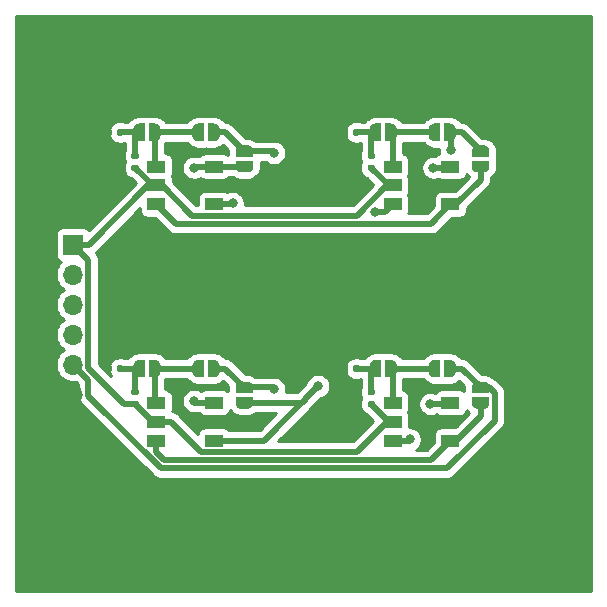
<source format=gbr>
G04 #@! TF.GenerationSoftware,KiCad,Pcbnew,5.1.9+dfsg1-1~bpo10+1*
G04 #@! TF.CreationDate,2021-09-26T18:57:07+00:00*
G04 #@! TF.ProjectId,ws2813-breakout,77733238-3133-42d6-9272-65616b6f7574,rev?*
G04 #@! TF.SameCoordinates,Original*
G04 #@! TF.FileFunction,Copper,L1,Top*
G04 #@! TF.FilePolarity,Positive*
%FSLAX46Y46*%
G04 Gerber Fmt 4.6, Leading zero omitted, Abs format (unit mm)*
G04 Created by KiCad (PCBNEW 5.1.9+dfsg1-1~bpo10+1) date 2021-09-26 18:57:07*
%MOMM*%
%LPD*%
G01*
G04 APERTURE LIST*
G04 #@! TA.AperFunction,SMDPad,CuDef*
%ADD10R,1.500000X1.000000*%
G04 #@! TD*
G04 #@! TA.AperFunction,ComponentPad*
%ADD11R,1.700000X1.700000*%
G04 #@! TD*
G04 #@! TA.AperFunction,ComponentPad*
%ADD12O,1.700000X1.700000*%
G04 #@! TD*
G04 #@! TA.AperFunction,SMDPad,CuDef*
%ADD13C,0.100000*%
G04 #@! TD*
G04 #@! TA.AperFunction,ComponentPad*
%ADD14C,5.500000*%
G04 #@! TD*
G04 #@! TA.AperFunction,ViaPad*
%ADD15C,0.800000*%
G04 #@! TD*
G04 #@! TA.AperFunction,Conductor*
%ADD16C,0.500000*%
G04 #@! TD*
G04 #@! TA.AperFunction,Conductor*
%ADD17C,0.254000*%
G04 #@! TD*
G04 #@! TA.AperFunction,Conductor*
%ADD18C,0.100000*%
G04 #@! TD*
G04 APERTURE END LIST*
G04 #@! TA.AperFunction,SMDPad,CuDef*
G36*
G01*
X109200000Y-110670000D02*
X109200000Y-110330000D01*
G75*
G02*
X109340000Y-110190000I140000J0D01*
G01*
X109620000Y-110190000D01*
G75*
G02*
X109760000Y-110330000I0J-140000D01*
G01*
X109760000Y-110670000D01*
G75*
G02*
X109620000Y-110810000I-140000J0D01*
G01*
X109340000Y-110810000D01*
G75*
G02*
X109200000Y-110670000I0J140000D01*
G01*
G37*
G04 #@! TD.AperFunction*
G04 #@! TA.AperFunction,SMDPad,CuDef*
G36*
G01*
X108240000Y-110670000D02*
X108240000Y-110330000D01*
G75*
G02*
X108380000Y-110190000I140000J0D01*
G01*
X108660000Y-110190000D01*
G75*
G02*
X108800000Y-110330000I0J-140000D01*
G01*
X108800000Y-110670000D01*
G75*
G02*
X108660000Y-110810000I-140000J0D01*
G01*
X108380000Y-110810000D01*
G75*
G02*
X108240000Y-110670000I0J140000D01*
G01*
G37*
G04 #@! TD.AperFunction*
G04 #@! TA.AperFunction,SMDPad,CuDef*
G36*
G01*
X128240000Y-110670000D02*
X128240000Y-110330000D01*
G75*
G02*
X128380000Y-110190000I140000J0D01*
G01*
X128660000Y-110190000D01*
G75*
G02*
X128800000Y-110330000I0J-140000D01*
G01*
X128800000Y-110670000D01*
G75*
G02*
X128660000Y-110810000I-140000J0D01*
G01*
X128380000Y-110810000D01*
G75*
G02*
X128240000Y-110670000I0J140000D01*
G01*
G37*
G04 #@! TD.AperFunction*
G04 #@! TA.AperFunction,SMDPad,CuDef*
G36*
G01*
X129200000Y-110670000D02*
X129200000Y-110330000D01*
G75*
G02*
X129340000Y-110190000I140000J0D01*
G01*
X129620000Y-110190000D01*
G75*
G02*
X129760000Y-110330000I0J-140000D01*
G01*
X129760000Y-110670000D01*
G75*
G02*
X129620000Y-110810000I-140000J0D01*
G01*
X129340000Y-110810000D01*
G75*
G02*
X129200000Y-110670000I0J140000D01*
G01*
G37*
G04 #@! TD.AperFunction*
G04 #@! TA.AperFunction,SMDPad,CuDef*
G36*
G01*
X108240000Y-130670000D02*
X108240000Y-130330000D01*
G75*
G02*
X108380000Y-130190000I140000J0D01*
G01*
X108660000Y-130190000D01*
G75*
G02*
X108800000Y-130330000I0J-140000D01*
G01*
X108800000Y-130670000D01*
G75*
G02*
X108660000Y-130810000I-140000J0D01*
G01*
X108380000Y-130810000D01*
G75*
G02*
X108240000Y-130670000I0J140000D01*
G01*
G37*
G04 #@! TD.AperFunction*
G04 #@! TA.AperFunction,SMDPad,CuDef*
G36*
G01*
X109200000Y-130670000D02*
X109200000Y-130330000D01*
G75*
G02*
X109340000Y-130190000I140000J0D01*
G01*
X109620000Y-130190000D01*
G75*
G02*
X109760000Y-130330000I0J-140000D01*
G01*
X109760000Y-130670000D01*
G75*
G02*
X109620000Y-130810000I-140000J0D01*
G01*
X109340000Y-130810000D01*
G75*
G02*
X109200000Y-130670000I0J140000D01*
G01*
G37*
G04 #@! TD.AperFunction*
G04 #@! TA.AperFunction,SMDPad,CuDef*
G36*
G01*
X129200000Y-130670000D02*
X129200000Y-130330000D01*
G75*
G02*
X129340000Y-130190000I140000J0D01*
G01*
X129620000Y-130190000D01*
G75*
G02*
X129760000Y-130330000I0J-140000D01*
G01*
X129760000Y-130670000D01*
G75*
G02*
X129620000Y-130810000I-140000J0D01*
G01*
X129340000Y-130810000D01*
G75*
G02*
X129200000Y-130670000I0J140000D01*
G01*
G37*
G04 #@! TD.AperFunction*
G04 #@! TA.AperFunction,SMDPad,CuDef*
G36*
G01*
X128240000Y-130670000D02*
X128240000Y-130330000D01*
G75*
G02*
X128380000Y-130190000I140000J0D01*
G01*
X128660000Y-130190000D01*
G75*
G02*
X128800000Y-130330000I0J-140000D01*
G01*
X128800000Y-130670000D01*
G75*
G02*
X128660000Y-130810000I-140000J0D01*
G01*
X128380000Y-130810000D01*
G75*
G02*
X128240000Y-130670000I0J140000D01*
G01*
G37*
G04 #@! TD.AperFunction*
D10*
X112550000Y-113400000D03*
X112550000Y-115000000D03*
X112550000Y-116600000D03*
X117450000Y-113400000D03*
X117450000Y-115000000D03*
X117450000Y-116600000D03*
X137450000Y-116600000D03*
X137450000Y-115000000D03*
X137450000Y-113400000D03*
X132550000Y-116600000D03*
X132550000Y-115000000D03*
X132550000Y-113400000D03*
X112550000Y-133400000D03*
X112550000Y-135000000D03*
X112550000Y-136600000D03*
X117450000Y-133400000D03*
X117450000Y-135000000D03*
X117450000Y-136600000D03*
X137450000Y-136600000D03*
X137450000Y-135000000D03*
X137450000Y-133400000D03*
X132550000Y-136600000D03*
X132550000Y-135000000D03*
X132550000Y-133400000D03*
D11*
X105500000Y-120000000D03*
D12*
X105500000Y-122540000D03*
X105500000Y-125080000D03*
X105500000Y-127620000D03*
X105500000Y-130160000D03*
X105500000Y-132700000D03*
G04 #@! TA.AperFunction,SMDPad,CuDef*
D13*
G36*
X112400000Y-109750602D02*
G01*
X112424534Y-109750602D01*
X112473365Y-109755412D01*
X112521490Y-109764984D01*
X112568445Y-109779228D01*
X112613778Y-109798005D01*
X112657051Y-109821136D01*
X112697850Y-109848396D01*
X112735779Y-109879524D01*
X112770476Y-109914221D01*
X112801604Y-109952150D01*
X112828864Y-109992949D01*
X112851995Y-110036222D01*
X112870772Y-110081555D01*
X112885016Y-110128510D01*
X112894588Y-110176635D01*
X112899398Y-110225466D01*
X112899398Y-110250000D01*
X112900000Y-110250000D01*
X112900000Y-110750000D01*
X112899398Y-110750000D01*
X112899398Y-110774534D01*
X112894588Y-110823365D01*
X112885016Y-110871490D01*
X112870772Y-110918445D01*
X112851995Y-110963778D01*
X112828864Y-111007051D01*
X112801604Y-111047850D01*
X112770476Y-111085779D01*
X112735779Y-111120476D01*
X112697850Y-111151604D01*
X112657051Y-111178864D01*
X112613778Y-111201995D01*
X112568445Y-111220772D01*
X112521490Y-111235016D01*
X112473365Y-111244588D01*
X112424534Y-111249398D01*
X112400000Y-111249398D01*
X112400000Y-111250000D01*
X111900000Y-111250000D01*
X111900000Y-109750000D01*
X112400000Y-109750000D01*
X112400000Y-109750602D01*
G37*
G04 #@! TD.AperFunction*
G04 #@! TA.AperFunction,SMDPad,CuDef*
G36*
X111600000Y-111250000D02*
G01*
X111100000Y-111250000D01*
X111100000Y-111249398D01*
X111075466Y-111249398D01*
X111026635Y-111244588D01*
X110978510Y-111235016D01*
X110931555Y-111220772D01*
X110886222Y-111201995D01*
X110842949Y-111178864D01*
X110802150Y-111151604D01*
X110764221Y-111120476D01*
X110729524Y-111085779D01*
X110698396Y-111047850D01*
X110671136Y-111007051D01*
X110648005Y-110963778D01*
X110629228Y-110918445D01*
X110614984Y-110871490D01*
X110605412Y-110823365D01*
X110600602Y-110774534D01*
X110600602Y-110750000D01*
X110600000Y-110750000D01*
X110600000Y-110250000D01*
X110600602Y-110250000D01*
X110600602Y-110225466D01*
X110605412Y-110176635D01*
X110614984Y-110128510D01*
X110629228Y-110081555D01*
X110648005Y-110036222D01*
X110671136Y-109992949D01*
X110698396Y-109952150D01*
X110729524Y-109914221D01*
X110764221Y-109879524D01*
X110802150Y-109848396D01*
X110842949Y-109821136D01*
X110886222Y-109798005D01*
X110931555Y-109779228D01*
X110978510Y-109764984D01*
X111026635Y-109755412D01*
X111075466Y-109750602D01*
X111100000Y-109750602D01*
X111100000Y-109750000D01*
X111600000Y-109750000D01*
X111600000Y-111250000D01*
G37*
G04 #@! TD.AperFunction*
G04 #@! TA.AperFunction,SMDPad,CuDef*
G36*
X131600000Y-111250000D02*
G01*
X131100000Y-111250000D01*
X131100000Y-111249398D01*
X131075466Y-111249398D01*
X131026635Y-111244588D01*
X130978510Y-111235016D01*
X130931555Y-111220772D01*
X130886222Y-111201995D01*
X130842949Y-111178864D01*
X130802150Y-111151604D01*
X130764221Y-111120476D01*
X130729524Y-111085779D01*
X130698396Y-111047850D01*
X130671136Y-111007051D01*
X130648005Y-110963778D01*
X130629228Y-110918445D01*
X130614984Y-110871490D01*
X130605412Y-110823365D01*
X130600602Y-110774534D01*
X130600602Y-110750000D01*
X130600000Y-110750000D01*
X130600000Y-110250000D01*
X130600602Y-110250000D01*
X130600602Y-110225466D01*
X130605412Y-110176635D01*
X130614984Y-110128510D01*
X130629228Y-110081555D01*
X130648005Y-110036222D01*
X130671136Y-109992949D01*
X130698396Y-109952150D01*
X130729524Y-109914221D01*
X130764221Y-109879524D01*
X130802150Y-109848396D01*
X130842949Y-109821136D01*
X130886222Y-109798005D01*
X130931555Y-109779228D01*
X130978510Y-109764984D01*
X131026635Y-109755412D01*
X131075466Y-109750602D01*
X131100000Y-109750602D01*
X131100000Y-109750000D01*
X131600000Y-109750000D01*
X131600000Y-111250000D01*
G37*
G04 #@! TD.AperFunction*
G04 #@! TA.AperFunction,SMDPad,CuDef*
G36*
X132400000Y-109750602D02*
G01*
X132424534Y-109750602D01*
X132473365Y-109755412D01*
X132521490Y-109764984D01*
X132568445Y-109779228D01*
X132613778Y-109798005D01*
X132657051Y-109821136D01*
X132697850Y-109848396D01*
X132735779Y-109879524D01*
X132770476Y-109914221D01*
X132801604Y-109952150D01*
X132828864Y-109992949D01*
X132851995Y-110036222D01*
X132870772Y-110081555D01*
X132885016Y-110128510D01*
X132894588Y-110176635D01*
X132899398Y-110225466D01*
X132899398Y-110250000D01*
X132900000Y-110250000D01*
X132900000Y-110750000D01*
X132899398Y-110750000D01*
X132899398Y-110774534D01*
X132894588Y-110823365D01*
X132885016Y-110871490D01*
X132870772Y-110918445D01*
X132851995Y-110963778D01*
X132828864Y-111007051D01*
X132801604Y-111047850D01*
X132770476Y-111085779D01*
X132735779Y-111120476D01*
X132697850Y-111151604D01*
X132657051Y-111178864D01*
X132613778Y-111201995D01*
X132568445Y-111220772D01*
X132521490Y-111235016D01*
X132473365Y-111244588D01*
X132424534Y-111249398D01*
X132400000Y-111249398D01*
X132400000Y-111250000D01*
X131900000Y-111250000D01*
X131900000Y-109750000D01*
X132400000Y-109750000D01*
X132400000Y-109750602D01*
G37*
G04 #@! TD.AperFunction*
G04 #@! TA.AperFunction,SMDPad,CuDef*
G36*
X112400000Y-129750602D02*
G01*
X112424534Y-129750602D01*
X112473365Y-129755412D01*
X112521490Y-129764984D01*
X112568445Y-129779228D01*
X112613778Y-129798005D01*
X112657051Y-129821136D01*
X112697850Y-129848396D01*
X112735779Y-129879524D01*
X112770476Y-129914221D01*
X112801604Y-129952150D01*
X112828864Y-129992949D01*
X112851995Y-130036222D01*
X112870772Y-130081555D01*
X112885016Y-130128510D01*
X112894588Y-130176635D01*
X112899398Y-130225466D01*
X112899398Y-130250000D01*
X112900000Y-130250000D01*
X112900000Y-130750000D01*
X112899398Y-130750000D01*
X112899398Y-130774534D01*
X112894588Y-130823365D01*
X112885016Y-130871490D01*
X112870772Y-130918445D01*
X112851995Y-130963778D01*
X112828864Y-131007051D01*
X112801604Y-131047850D01*
X112770476Y-131085779D01*
X112735779Y-131120476D01*
X112697850Y-131151604D01*
X112657051Y-131178864D01*
X112613778Y-131201995D01*
X112568445Y-131220772D01*
X112521490Y-131235016D01*
X112473365Y-131244588D01*
X112424534Y-131249398D01*
X112400000Y-131249398D01*
X112400000Y-131250000D01*
X111900000Y-131250000D01*
X111900000Y-129750000D01*
X112400000Y-129750000D01*
X112400000Y-129750602D01*
G37*
G04 #@! TD.AperFunction*
G04 #@! TA.AperFunction,SMDPad,CuDef*
G36*
X111600000Y-131250000D02*
G01*
X111100000Y-131250000D01*
X111100000Y-131249398D01*
X111075466Y-131249398D01*
X111026635Y-131244588D01*
X110978510Y-131235016D01*
X110931555Y-131220772D01*
X110886222Y-131201995D01*
X110842949Y-131178864D01*
X110802150Y-131151604D01*
X110764221Y-131120476D01*
X110729524Y-131085779D01*
X110698396Y-131047850D01*
X110671136Y-131007051D01*
X110648005Y-130963778D01*
X110629228Y-130918445D01*
X110614984Y-130871490D01*
X110605412Y-130823365D01*
X110600602Y-130774534D01*
X110600602Y-130750000D01*
X110600000Y-130750000D01*
X110600000Y-130250000D01*
X110600602Y-130250000D01*
X110600602Y-130225466D01*
X110605412Y-130176635D01*
X110614984Y-130128510D01*
X110629228Y-130081555D01*
X110648005Y-130036222D01*
X110671136Y-129992949D01*
X110698396Y-129952150D01*
X110729524Y-129914221D01*
X110764221Y-129879524D01*
X110802150Y-129848396D01*
X110842949Y-129821136D01*
X110886222Y-129798005D01*
X110931555Y-129779228D01*
X110978510Y-129764984D01*
X111026635Y-129755412D01*
X111075466Y-129750602D01*
X111100000Y-129750602D01*
X111100000Y-129750000D01*
X111600000Y-129750000D01*
X111600000Y-131250000D01*
G37*
G04 #@! TD.AperFunction*
G04 #@! TA.AperFunction,SMDPad,CuDef*
G36*
X131600000Y-131250000D02*
G01*
X131100000Y-131250000D01*
X131100000Y-131249398D01*
X131075466Y-131249398D01*
X131026635Y-131244588D01*
X130978510Y-131235016D01*
X130931555Y-131220772D01*
X130886222Y-131201995D01*
X130842949Y-131178864D01*
X130802150Y-131151604D01*
X130764221Y-131120476D01*
X130729524Y-131085779D01*
X130698396Y-131047850D01*
X130671136Y-131007051D01*
X130648005Y-130963778D01*
X130629228Y-130918445D01*
X130614984Y-130871490D01*
X130605412Y-130823365D01*
X130600602Y-130774534D01*
X130600602Y-130750000D01*
X130600000Y-130750000D01*
X130600000Y-130250000D01*
X130600602Y-130250000D01*
X130600602Y-130225466D01*
X130605412Y-130176635D01*
X130614984Y-130128510D01*
X130629228Y-130081555D01*
X130648005Y-130036222D01*
X130671136Y-129992949D01*
X130698396Y-129952150D01*
X130729524Y-129914221D01*
X130764221Y-129879524D01*
X130802150Y-129848396D01*
X130842949Y-129821136D01*
X130886222Y-129798005D01*
X130931555Y-129779228D01*
X130978510Y-129764984D01*
X131026635Y-129755412D01*
X131075466Y-129750602D01*
X131100000Y-129750602D01*
X131100000Y-129750000D01*
X131600000Y-129750000D01*
X131600000Y-131250000D01*
G37*
G04 #@! TD.AperFunction*
G04 #@! TA.AperFunction,SMDPad,CuDef*
G36*
X132400000Y-129750602D02*
G01*
X132424534Y-129750602D01*
X132473365Y-129755412D01*
X132521490Y-129764984D01*
X132568445Y-129779228D01*
X132613778Y-129798005D01*
X132657051Y-129821136D01*
X132697850Y-129848396D01*
X132735779Y-129879524D01*
X132770476Y-129914221D01*
X132801604Y-129952150D01*
X132828864Y-129992949D01*
X132851995Y-130036222D01*
X132870772Y-130081555D01*
X132885016Y-130128510D01*
X132894588Y-130176635D01*
X132899398Y-130225466D01*
X132899398Y-130250000D01*
X132900000Y-130250000D01*
X132900000Y-130750000D01*
X132899398Y-130750000D01*
X132899398Y-130774534D01*
X132894588Y-130823365D01*
X132885016Y-130871490D01*
X132870772Y-130918445D01*
X132851995Y-130963778D01*
X132828864Y-131007051D01*
X132801604Y-131047850D01*
X132770476Y-131085779D01*
X132735779Y-131120476D01*
X132697850Y-131151604D01*
X132657051Y-131178864D01*
X132613778Y-131201995D01*
X132568445Y-131220772D01*
X132521490Y-131235016D01*
X132473365Y-131244588D01*
X132424534Y-131249398D01*
X132400000Y-131249398D01*
X132400000Y-131250000D01*
X131900000Y-131250000D01*
X131900000Y-129750000D01*
X132400000Y-129750000D01*
X132400000Y-129750602D01*
G37*
G04 #@! TD.AperFunction*
G04 #@! TA.AperFunction,SMDPad,CuDef*
G36*
X117400000Y-109750602D02*
G01*
X117424534Y-109750602D01*
X117473365Y-109755412D01*
X117521490Y-109764984D01*
X117568445Y-109779228D01*
X117613778Y-109798005D01*
X117657051Y-109821136D01*
X117697850Y-109848396D01*
X117735779Y-109879524D01*
X117770476Y-109914221D01*
X117801604Y-109952150D01*
X117828864Y-109992949D01*
X117851995Y-110036222D01*
X117870772Y-110081555D01*
X117885016Y-110128510D01*
X117894588Y-110176635D01*
X117899398Y-110225466D01*
X117899398Y-110250000D01*
X117900000Y-110250000D01*
X117900000Y-110750000D01*
X117899398Y-110750000D01*
X117899398Y-110774534D01*
X117894588Y-110823365D01*
X117885016Y-110871490D01*
X117870772Y-110918445D01*
X117851995Y-110963778D01*
X117828864Y-111007051D01*
X117801604Y-111047850D01*
X117770476Y-111085779D01*
X117735779Y-111120476D01*
X117697850Y-111151604D01*
X117657051Y-111178864D01*
X117613778Y-111201995D01*
X117568445Y-111220772D01*
X117521490Y-111235016D01*
X117473365Y-111244588D01*
X117424534Y-111249398D01*
X117400000Y-111249398D01*
X117400000Y-111250000D01*
X116900000Y-111250000D01*
X116900000Y-109750000D01*
X117400000Y-109750000D01*
X117400000Y-109750602D01*
G37*
G04 #@! TD.AperFunction*
G04 #@! TA.AperFunction,SMDPad,CuDef*
G36*
X116600000Y-111250000D02*
G01*
X116100000Y-111250000D01*
X116100000Y-111249398D01*
X116075466Y-111249398D01*
X116026635Y-111244588D01*
X115978510Y-111235016D01*
X115931555Y-111220772D01*
X115886222Y-111201995D01*
X115842949Y-111178864D01*
X115802150Y-111151604D01*
X115764221Y-111120476D01*
X115729524Y-111085779D01*
X115698396Y-111047850D01*
X115671136Y-111007051D01*
X115648005Y-110963778D01*
X115629228Y-110918445D01*
X115614984Y-110871490D01*
X115605412Y-110823365D01*
X115600602Y-110774534D01*
X115600602Y-110750000D01*
X115600000Y-110750000D01*
X115600000Y-110250000D01*
X115600602Y-110250000D01*
X115600602Y-110225466D01*
X115605412Y-110176635D01*
X115614984Y-110128510D01*
X115629228Y-110081555D01*
X115648005Y-110036222D01*
X115671136Y-109992949D01*
X115698396Y-109952150D01*
X115729524Y-109914221D01*
X115764221Y-109879524D01*
X115802150Y-109848396D01*
X115842949Y-109821136D01*
X115886222Y-109798005D01*
X115931555Y-109779228D01*
X115978510Y-109764984D01*
X116026635Y-109755412D01*
X116075466Y-109750602D01*
X116100000Y-109750602D01*
X116100000Y-109750000D01*
X116600000Y-109750000D01*
X116600000Y-111250000D01*
G37*
G04 #@! TD.AperFunction*
G04 #@! TA.AperFunction,SMDPad,CuDef*
G36*
X136600000Y-111250000D02*
G01*
X136100000Y-111250000D01*
X136100000Y-111249398D01*
X136075466Y-111249398D01*
X136026635Y-111244588D01*
X135978510Y-111235016D01*
X135931555Y-111220772D01*
X135886222Y-111201995D01*
X135842949Y-111178864D01*
X135802150Y-111151604D01*
X135764221Y-111120476D01*
X135729524Y-111085779D01*
X135698396Y-111047850D01*
X135671136Y-111007051D01*
X135648005Y-110963778D01*
X135629228Y-110918445D01*
X135614984Y-110871490D01*
X135605412Y-110823365D01*
X135600602Y-110774534D01*
X135600602Y-110750000D01*
X135600000Y-110750000D01*
X135600000Y-110250000D01*
X135600602Y-110250000D01*
X135600602Y-110225466D01*
X135605412Y-110176635D01*
X135614984Y-110128510D01*
X135629228Y-110081555D01*
X135648005Y-110036222D01*
X135671136Y-109992949D01*
X135698396Y-109952150D01*
X135729524Y-109914221D01*
X135764221Y-109879524D01*
X135802150Y-109848396D01*
X135842949Y-109821136D01*
X135886222Y-109798005D01*
X135931555Y-109779228D01*
X135978510Y-109764984D01*
X136026635Y-109755412D01*
X136075466Y-109750602D01*
X136100000Y-109750602D01*
X136100000Y-109750000D01*
X136600000Y-109750000D01*
X136600000Y-111250000D01*
G37*
G04 #@! TD.AperFunction*
G04 #@! TA.AperFunction,SMDPad,CuDef*
G36*
X137400000Y-109750602D02*
G01*
X137424534Y-109750602D01*
X137473365Y-109755412D01*
X137521490Y-109764984D01*
X137568445Y-109779228D01*
X137613778Y-109798005D01*
X137657051Y-109821136D01*
X137697850Y-109848396D01*
X137735779Y-109879524D01*
X137770476Y-109914221D01*
X137801604Y-109952150D01*
X137828864Y-109992949D01*
X137851995Y-110036222D01*
X137870772Y-110081555D01*
X137885016Y-110128510D01*
X137894588Y-110176635D01*
X137899398Y-110225466D01*
X137899398Y-110250000D01*
X137900000Y-110250000D01*
X137900000Y-110750000D01*
X137899398Y-110750000D01*
X137899398Y-110774534D01*
X137894588Y-110823365D01*
X137885016Y-110871490D01*
X137870772Y-110918445D01*
X137851995Y-110963778D01*
X137828864Y-111007051D01*
X137801604Y-111047850D01*
X137770476Y-111085779D01*
X137735779Y-111120476D01*
X137697850Y-111151604D01*
X137657051Y-111178864D01*
X137613778Y-111201995D01*
X137568445Y-111220772D01*
X137521490Y-111235016D01*
X137473365Y-111244588D01*
X137424534Y-111249398D01*
X137400000Y-111249398D01*
X137400000Y-111250000D01*
X136900000Y-111250000D01*
X136900000Y-109750000D01*
X137400000Y-109750000D01*
X137400000Y-109750602D01*
G37*
G04 #@! TD.AperFunction*
G04 #@! TA.AperFunction,SMDPad,CuDef*
G36*
X117400000Y-129750602D02*
G01*
X117424534Y-129750602D01*
X117473365Y-129755412D01*
X117521490Y-129764984D01*
X117568445Y-129779228D01*
X117613778Y-129798005D01*
X117657051Y-129821136D01*
X117697850Y-129848396D01*
X117735779Y-129879524D01*
X117770476Y-129914221D01*
X117801604Y-129952150D01*
X117828864Y-129992949D01*
X117851995Y-130036222D01*
X117870772Y-130081555D01*
X117885016Y-130128510D01*
X117894588Y-130176635D01*
X117899398Y-130225466D01*
X117899398Y-130250000D01*
X117900000Y-130250000D01*
X117900000Y-130750000D01*
X117899398Y-130750000D01*
X117899398Y-130774534D01*
X117894588Y-130823365D01*
X117885016Y-130871490D01*
X117870772Y-130918445D01*
X117851995Y-130963778D01*
X117828864Y-131007051D01*
X117801604Y-131047850D01*
X117770476Y-131085779D01*
X117735779Y-131120476D01*
X117697850Y-131151604D01*
X117657051Y-131178864D01*
X117613778Y-131201995D01*
X117568445Y-131220772D01*
X117521490Y-131235016D01*
X117473365Y-131244588D01*
X117424534Y-131249398D01*
X117400000Y-131249398D01*
X117400000Y-131250000D01*
X116900000Y-131250000D01*
X116900000Y-129750000D01*
X117400000Y-129750000D01*
X117400000Y-129750602D01*
G37*
G04 #@! TD.AperFunction*
G04 #@! TA.AperFunction,SMDPad,CuDef*
G36*
X116600000Y-131250000D02*
G01*
X116100000Y-131250000D01*
X116100000Y-131249398D01*
X116075466Y-131249398D01*
X116026635Y-131244588D01*
X115978510Y-131235016D01*
X115931555Y-131220772D01*
X115886222Y-131201995D01*
X115842949Y-131178864D01*
X115802150Y-131151604D01*
X115764221Y-131120476D01*
X115729524Y-131085779D01*
X115698396Y-131047850D01*
X115671136Y-131007051D01*
X115648005Y-130963778D01*
X115629228Y-130918445D01*
X115614984Y-130871490D01*
X115605412Y-130823365D01*
X115600602Y-130774534D01*
X115600602Y-130750000D01*
X115600000Y-130750000D01*
X115600000Y-130250000D01*
X115600602Y-130250000D01*
X115600602Y-130225466D01*
X115605412Y-130176635D01*
X115614984Y-130128510D01*
X115629228Y-130081555D01*
X115648005Y-130036222D01*
X115671136Y-129992949D01*
X115698396Y-129952150D01*
X115729524Y-129914221D01*
X115764221Y-129879524D01*
X115802150Y-129848396D01*
X115842949Y-129821136D01*
X115886222Y-129798005D01*
X115931555Y-129779228D01*
X115978510Y-129764984D01*
X116026635Y-129755412D01*
X116075466Y-129750602D01*
X116100000Y-129750602D01*
X116100000Y-129750000D01*
X116600000Y-129750000D01*
X116600000Y-131250000D01*
G37*
G04 #@! TD.AperFunction*
G04 #@! TA.AperFunction,SMDPad,CuDef*
G36*
X136600000Y-131250000D02*
G01*
X136100000Y-131250000D01*
X136100000Y-131249398D01*
X136075466Y-131249398D01*
X136026635Y-131244588D01*
X135978510Y-131235016D01*
X135931555Y-131220772D01*
X135886222Y-131201995D01*
X135842949Y-131178864D01*
X135802150Y-131151604D01*
X135764221Y-131120476D01*
X135729524Y-131085779D01*
X135698396Y-131047850D01*
X135671136Y-131007051D01*
X135648005Y-130963778D01*
X135629228Y-130918445D01*
X135614984Y-130871490D01*
X135605412Y-130823365D01*
X135600602Y-130774534D01*
X135600602Y-130750000D01*
X135600000Y-130750000D01*
X135600000Y-130250000D01*
X135600602Y-130250000D01*
X135600602Y-130225466D01*
X135605412Y-130176635D01*
X135614984Y-130128510D01*
X135629228Y-130081555D01*
X135648005Y-130036222D01*
X135671136Y-129992949D01*
X135698396Y-129952150D01*
X135729524Y-129914221D01*
X135764221Y-129879524D01*
X135802150Y-129848396D01*
X135842949Y-129821136D01*
X135886222Y-129798005D01*
X135931555Y-129779228D01*
X135978510Y-129764984D01*
X136026635Y-129755412D01*
X136075466Y-129750602D01*
X136100000Y-129750602D01*
X136100000Y-129750000D01*
X136600000Y-129750000D01*
X136600000Y-131250000D01*
G37*
G04 #@! TD.AperFunction*
G04 #@! TA.AperFunction,SMDPad,CuDef*
G36*
X137400000Y-129750602D02*
G01*
X137424534Y-129750602D01*
X137473365Y-129755412D01*
X137521490Y-129764984D01*
X137568445Y-129779228D01*
X137613778Y-129798005D01*
X137657051Y-129821136D01*
X137697850Y-129848396D01*
X137735779Y-129879524D01*
X137770476Y-129914221D01*
X137801604Y-129952150D01*
X137828864Y-129992949D01*
X137851995Y-130036222D01*
X137870772Y-130081555D01*
X137885016Y-130128510D01*
X137894588Y-130176635D01*
X137899398Y-130225466D01*
X137899398Y-130250000D01*
X137900000Y-130250000D01*
X137900000Y-130750000D01*
X137899398Y-130750000D01*
X137899398Y-130774534D01*
X137894588Y-130823365D01*
X137885016Y-130871490D01*
X137870772Y-130918445D01*
X137851995Y-130963778D01*
X137828864Y-131007051D01*
X137801604Y-131047850D01*
X137770476Y-131085779D01*
X137735779Y-131120476D01*
X137697850Y-131151604D01*
X137657051Y-131178864D01*
X137613778Y-131201995D01*
X137568445Y-131220772D01*
X137521490Y-131235016D01*
X137473365Y-131244588D01*
X137424534Y-131249398D01*
X137400000Y-131249398D01*
X137400000Y-131250000D01*
X136900000Y-131250000D01*
X136900000Y-129750000D01*
X137400000Y-129750000D01*
X137400000Y-129750602D01*
G37*
G04 #@! TD.AperFunction*
G04 #@! TA.AperFunction,SMDPad,CuDef*
G36*
X120749398Y-113400000D02*
G01*
X120749398Y-113424534D01*
X120744588Y-113473365D01*
X120735016Y-113521490D01*
X120720772Y-113568445D01*
X120701995Y-113613778D01*
X120678864Y-113657051D01*
X120651604Y-113697850D01*
X120620476Y-113735779D01*
X120585779Y-113770476D01*
X120547850Y-113801604D01*
X120507051Y-113828864D01*
X120463778Y-113851995D01*
X120418445Y-113870772D01*
X120371490Y-113885016D01*
X120323365Y-113894588D01*
X120274534Y-113899398D01*
X120250000Y-113899398D01*
X120250000Y-113900000D01*
X119750000Y-113900000D01*
X119750000Y-113899398D01*
X119725466Y-113899398D01*
X119676635Y-113894588D01*
X119628510Y-113885016D01*
X119581555Y-113870772D01*
X119536222Y-113851995D01*
X119492949Y-113828864D01*
X119452150Y-113801604D01*
X119414221Y-113770476D01*
X119379524Y-113735779D01*
X119348396Y-113697850D01*
X119321136Y-113657051D01*
X119298005Y-113613778D01*
X119279228Y-113568445D01*
X119264984Y-113521490D01*
X119255412Y-113473365D01*
X119250602Y-113424534D01*
X119250602Y-113400000D01*
X119250000Y-113400000D01*
X119250000Y-112900000D01*
X120750000Y-112900000D01*
X120750000Y-113400000D01*
X120749398Y-113400000D01*
G37*
G04 #@! TD.AperFunction*
G04 #@! TA.AperFunction,SMDPad,CuDef*
G36*
X119250000Y-112600000D02*
G01*
X119250000Y-112100000D01*
X119250602Y-112100000D01*
X119250602Y-112075466D01*
X119255412Y-112026635D01*
X119264984Y-111978510D01*
X119279228Y-111931555D01*
X119298005Y-111886222D01*
X119321136Y-111842949D01*
X119348396Y-111802150D01*
X119379524Y-111764221D01*
X119414221Y-111729524D01*
X119452150Y-111698396D01*
X119492949Y-111671136D01*
X119536222Y-111648005D01*
X119581555Y-111629228D01*
X119628510Y-111614984D01*
X119676635Y-111605412D01*
X119725466Y-111600602D01*
X119750000Y-111600602D01*
X119750000Y-111600000D01*
X120250000Y-111600000D01*
X120250000Y-111600602D01*
X120274534Y-111600602D01*
X120323365Y-111605412D01*
X120371490Y-111614984D01*
X120418445Y-111629228D01*
X120463778Y-111648005D01*
X120507051Y-111671136D01*
X120547850Y-111698396D01*
X120585779Y-111729524D01*
X120620476Y-111764221D01*
X120651604Y-111802150D01*
X120678864Y-111842949D01*
X120701995Y-111886222D01*
X120720772Y-111931555D01*
X120735016Y-111978510D01*
X120744588Y-112026635D01*
X120749398Y-112075466D01*
X120749398Y-112100000D01*
X120750000Y-112100000D01*
X120750000Y-112600000D01*
X119250000Y-112600000D01*
G37*
G04 #@! TD.AperFunction*
G04 #@! TA.AperFunction,SMDPad,CuDef*
G36*
X139250000Y-112600000D02*
G01*
X139250000Y-112100000D01*
X139250602Y-112100000D01*
X139250602Y-112075466D01*
X139255412Y-112026635D01*
X139264984Y-111978510D01*
X139279228Y-111931555D01*
X139298005Y-111886222D01*
X139321136Y-111842949D01*
X139348396Y-111802150D01*
X139379524Y-111764221D01*
X139414221Y-111729524D01*
X139452150Y-111698396D01*
X139492949Y-111671136D01*
X139536222Y-111648005D01*
X139581555Y-111629228D01*
X139628510Y-111614984D01*
X139676635Y-111605412D01*
X139725466Y-111600602D01*
X139750000Y-111600602D01*
X139750000Y-111600000D01*
X140250000Y-111600000D01*
X140250000Y-111600602D01*
X140274534Y-111600602D01*
X140323365Y-111605412D01*
X140371490Y-111614984D01*
X140418445Y-111629228D01*
X140463778Y-111648005D01*
X140507051Y-111671136D01*
X140547850Y-111698396D01*
X140585779Y-111729524D01*
X140620476Y-111764221D01*
X140651604Y-111802150D01*
X140678864Y-111842949D01*
X140701995Y-111886222D01*
X140720772Y-111931555D01*
X140735016Y-111978510D01*
X140744588Y-112026635D01*
X140749398Y-112075466D01*
X140749398Y-112100000D01*
X140750000Y-112100000D01*
X140750000Y-112600000D01*
X139250000Y-112600000D01*
G37*
G04 #@! TD.AperFunction*
G04 #@! TA.AperFunction,SMDPad,CuDef*
G36*
X140749398Y-113400000D02*
G01*
X140749398Y-113424534D01*
X140744588Y-113473365D01*
X140735016Y-113521490D01*
X140720772Y-113568445D01*
X140701995Y-113613778D01*
X140678864Y-113657051D01*
X140651604Y-113697850D01*
X140620476Y-113735779D01*
X140585779Y-113770476D01*
X140547850Y-113801604D01*
X140507051Y-113828864D01*
X140463778Y-113851995D01*
X140418445Y-113870772D01*
X140371490Y-113885016D01*
X140323365Y-113894588D01*
X140274534Y-113899398D01*
X140250000Y-113899398D01*
X140250000Y-113900000D01*
X139750000Y-113900000D01*
X139750000Y-113899398D01*
X139725466Y-113899398D01*
X139676635Y-113894588D01*
X139628510Y-113885016D01*
X139581555Y-113870772D01*
X139536222Y-113851995D01*
X139492949Y-113828864D01*
X139452150Y-113801604D01*
X139414221Y-113770476D01*
X139379524Y-113735779D01*
X139348396Y-113697850D01*
X139321136Y-113657051D01*
X139298005Y-113613778D01*
X139279228Y-113568445D01*
X139264984Y-113521490D01*
X139255412Y-113473365D01*
X139250602Y-113424534D01*
X139250602Y-113400000D01*
X139250000Y-113400000D01*
X139250000Y-112900000D01*
X140750000Y-112900000D01*
X140750000Y-113400000D01*
X140749398Y-113400000D01*
G37*
G04 #@! TD.AperFunction*
G04 #@! TA.AperFunction,SMDPad,CuDef*
G36*
X120749398Y-133400000D02*
G01*
X120749398Y-133424534D01*
X120744588Y-133473365D01*
X120735016Y-133521490D01*
X120720772Y-133568445D01*
X120701995Y-133613778D01*
X120678864Y-133657051D01*
X120651604Y-133697850D01*
X120620476Y-133735779D01*
X120585779Y-133770476D01*
X120547850Y-133801604D01*
X120507051Y-133828864D01*
X120463778Y-133851995D01*
X120418445Y-133870772D01*
X120371490Y-133885016D01*
X120323365Y-133894588D01*
X120274534Y-133899398D01*
X120250000Y-133899398D01*
X120250000Y-133900000D01*
X119750000Y-133900000D01*
X119750000Y-133899398D01*
X119725466Y-133899398D01*
X119676635Y-133894588D01*
X119628510Y-133885016D01*
X119581555Y-133870772D01*
X119536222Y-133851995D01*
X119492949Y-133828864D01*
X119452150Y-133801604D01*
X119414221Y-133770476D01*
X119379524Y-133735779D01*
X119348396Y-133697850D01*
X119321136Y-133657051D01*
X119298005Y-133613778D01*
X119279228Y-133568445D01*
X119264984Y-133521490D01*
X119255412Y-133473365D01*
X119250602Y-133424534D01*
X119250602Y-133400000D01*
X119250000Y-133400000D01*
X119250000Y-132900000D01*
X120750000Y-132900000D01*
X120750000Y-133400000D01*
X120749398Y-133400000D01*
G37*
G04 #@! TD.AperFunction*
G04 #@! TA.AperFunction,SMDPad,CuDef*
G36*
X119250000Y-132600000D02*
G01*
X119250000Y-132100000D01*
X119250602Y-132100000D01*
X119250602Y-132075466D01*
X119255412Y-132026635D01*
X119264984Y-131978510D01*
X119279228Y-131931555D01*
X119298005Y-131886222D01*
X119321136Y-131842949D01*
X119348396Y-131802150D01*
X119379524Y-131764221D01*
X119414221Y-131729524D01*
X119452150Y-131698396D01*
X119492949Y-131671136D01*
X119536222Y-131648005D01*
X119581555Y-131629228D01*
X119628510Y-131614984D01*
X119676635Y-131605412D01*
X119725466Y-131600602D01*
X119750000Y-131600602D01*
X119750000Y-131600000D01*
X120250000Y-131600000D01*
X120250000Y-131600602D01*
X120274534Y-131600602D01*
X120323365Y-131605412D01*
X120371490Y-131614984D01*
X120418445Y-131629228D01*
X120463778Y-131648005D01*
X120507051Y-131671136D01*
X120547850Y-131698396D01*
X120585779Y-131729524D01*
X120620476Y-131764221D01*
X120651604Y-131802150D01*
X120678864Y-131842949D01*
X120701995Y-131886222D01*
X120720772Y-131931555D01*
X120735016Y-131978510D01*
X120744588Y-132026635D01*
X120749398Y-132075466D01*
X120749398Y-132100000D01*
X120750000Y-132100000D01*
X120750000Y-132600000D01*
X119250000Y-132600000D01*
G37*
G04 #@! TD.AperFunction*
G04 #@! TA.AperFunction,SMDPad,CuDef*
G36*
X139250000Y-132600000D02*
G01*
X139250000Y-132100000D01*
X139250602Y-132100000D01*
X139250602Y-132075466D01*
X139255412Y-132026635D01*
X139264984Y-131978510D01*
X139279228Y-131931555D01*
X139298005Y-131886222D01*
X139321136Y-131842949D01*
X139348396Y-131802150D01*
X139379524Y-131764221D01*
X139414221Y-131729524D01*
X139452150Y-131698396D01*
X139492949Y-131671136D01*
X139536222Y-131648005D01*
X139581555Y-131629228D01*
X139628510Y-131614984D01*
X139676635Y-131605412D01*
X139725466Y-131600602D01*
X139750000Y-131600602D01*
X139750000Y-131600000D01*
X140250000Y-131600000D01*
X140250000Y-131600602D01*
X140274534Y-131600602D01*
X140323365Y-131605412D01*
X140371490Y-131614984D01*
X140418445Y-131629228D01*
X140463778Y-131648005D01*
X140507051Y-131671136D01*
X140547850Y-131698396D01*
X140585779Y-131729524D01*
X140620476Y-131764221D01*
X140651604Y-131802150D01*
X140678864Y-131842949D01*
X140701995Y-131886222D01*
X140720772Y-131931555D01*
X140735016Y-131978510D01*
X140744588Y-132026635D01*
X140749398Y-132075466D01*
X140749398Y-132100000D01*
X140750000Y-132100000D01*
X140750000Y-132600000D01*
X139250000Y-132600000D01*
G37*
G04 #@! TD.AperFunction*
G04 #@! TA.AperFunction,SMDPad,CuDef*
G36*
X140749398Y-133400000D02*
G01*
X140749398Y-133424534D01*
X140744588Y-133473365D01*
X140735016Y-133521490D01*
X140720772Y-133568445D01*
X140701995Y-133613778D01*
X140678864Y-133657051D01*
X140651604Y-133697850D01*
X140620476Y-133735779D01*
X140585779Y-133770476D01*
X140547850Y-133801604D01*
X140507051Y-133828864D01*
X140463778Y-133851995D01*
X140418445Y-133870772D01*
X140371490Y-133885016D01*
X140323365Y-133894588D01*
X140274534Y-133899398D01*
X140250000Y-133899398D01*
X140250000Y-133900000D01*
X139750000Y-133900000D01*
X139750000Y-133899398D01*
X139725466Y-133899398D01*
X139676635Y-133894588D01*
X139628510Y-133885016D01*
X139581555Y-133870772D01*
X139536222Y-133851995D01*
X139492949Y-133828864D01*
X139452150Y-133801604D01*
X139414221Y-133770476D01*
X139379524Y-133735779D01*
X139348396Y-133697850D01*
X139321136Y-133657051D01*
X139298005Y-133613778D01*
X139279228Y-133568445D01*
X139264984Y-133521490D01*
X139255412Y-133473365D01*
X139250602Y-133424534D01*
X139250602Y-133400000D01*
X139250000Y-133400000D01*
X139250000Y-132900000D01*
X140750000Y-132900000D01*
X140750000Y-133400000D01*
X140749398Y-133400000D01*
G37*
G04 #@! TD.AperFunction*
G04 #@! TA.AperFunction,SMDPad,CuDef*
G36*
G01*
X110935000Y-112760000D02*
X110565000Y-112760000D01*
G75*
G02*
X110430000Y-112625000I0J135000D01*
G01*
X110430000Y-112355000D01*
G75*
G02*
X110565000Y-112220000I135000J0D01*
G01*
X110935000Y-112220000D01*
G75*
G02*
X111070000Y-112355000I0J-135000D01*
G01*
X111070000Y-112625000D01*
G75*
G02*
X110935000Y-112760000I-135000J0D01*
G01*
G37*
G04 #@! TD.AperFunction*
G04 #@! TA.AperFunction,SMDPad,CuDef*
G36*
G01*
X110935000Y-113780000D02*
X110565000Y-113780000D01*
G75*
G02*
X110430000Y-113645000I0J135000D01*
G01*
X110430000Y-113375000D01*
G75*
G02*
X110565000Y-113240000I135000J0D01*
G01*
X110935000Y-113240000D01*
G75*
G02*
X111070000Y-113375000I0J-135000D01*
G01*
X111070000Y-113645000D01*
G75*
G02*
X110935000Y-113780000I-135000J0D01*
G01*
G37*
G04 #@! TD.AperFunction*
G04 #@! TA.AperFunction,SMDPad,CuDef*
G36*
G01*
X130935000Y-112760000D02*
X130565000Y-112760000D01*
G75*
G02*
X130430000Y-112625000I0J135000D01*
G01*
X130430000Y-112355000D01*
G75*
G02*
X130565000Y-112220000I135000J0D01*
G01*
X130935000Y-112220000D01*
G75*
G02*
X131070000Y-112355000I0J-135000D01*
G01*
X131070000Y-112625000D01*
G75*
G02*
X130935000Y-112760000I-135000J0D01*
G01*
G37*
G04 #@! TD.AperFunction*
G04 #@! TA.AperFunction,SMDPad,CuDef*
G36*
G01*
X130935000Y-113780000D02*
X130565000Y-113780000D01*
G75*
G02*
X130430000Y-113645000I0J135000D01*
G01*
X130430000Y-113375000D01*
G75*
G02*
X130565000Y-113240000I135000J0D01*
G01*
X130935000Y-113240000D01*
G75*
G02*
X131070000Y-113375000I0J-135000D01*
G01*
X131070000Y-113645000D01*
G75*
G02*
X130935000Y-113780000I-135000J0D01*
G01*
G37*
G04 #@! TD.AperFunction*
G04 #@! TA.AperFunction,SMDPad,CuDef*
G36*
G01*
X110935000Y-133780000D02*
X110565000Y-133780000D01*
G75*
G02*
X110430000Y-133645000I0J135000D01*
G01*
X110430000Y-133375000D01*
G75*
G02*
X110565000Y-133240000I135000J0D01*
G01*
X110935000Y-133240000D01*
G75*
G02*
X111070000Y-133375000I0J-135000D01*
G01*
X111070000Y-133645000D01*
G75*
G02*
X110935000Y-133780000I-135000J0D01*
G01*
G37*
G04 #@! TD.AperFunction*
G04 #@! TA.AperFunction,SMDPad,CuDef*
G36*
G01*
X110935000Y-132760000D02*
X110565000Y-132760000D01*
G75*
G02*
X110430000Y-132625000I0J135000D01*
G01*
X110430000Y-132355000D01*
G75*
G02*
X110565000Y-132220000I135000J0D01*
G01*
X110935000Y-132220000D01*
G75*
G02*
X111070000Y-132355000I0J-135000D01*
G01*
X111070000Y-132625000D01*
G75*
G02*
X110935000Y-132760000I-135000J0D01*
G01*
G37*
G04 #@! TD.AperFunction*
G04 #@! TA.AperFunction,SMDPad,CuDef*
G36*
G01*
X130935000Y-133780000D02*
X130565000Y-133780000D01*
G75*
G02*
X130430000Y-133645000I0J135000D01*
G01*
X130430000Y-133375000D01*
G75*
G02*
X130565000Y-133240000I135000J0D01*
G01*
X130935000Y-133240000D01*
G75*
G02*
X131070000Y-133375000I0J-135000D01*
G01*
X131070000Y-133645000D01*
G75*
G02*
X130935000Y-133780000I-135000J0D01*
G01*
G37*
G04 #@! TD.AperFunction*
G04 #@! TA.AperFunction,SMDPad,CuDef*
G36*
G01*
X130935000Y-132760000D02*
X130565000Y-132760000D01*
G75*
G02*
X130430000Y-132625000I0J135000D01*
G01*
X130430000Y-132355000D01*
G75*
G02*
X130565000Y-132220000I135000J0D01*
G01*
X130935000Y-132220000D01*
G75*
G02*
X131070000Y-132355000I0J-135000D01*
G01*
X131070000Y-132625000D01*
G75*
G02*
X130935000Y-132760000I-135000J0D01*
G01*
G37*
G04 #@! TD.AperFunction*
D14*
X105000000Y-145000000D03*
X145000000Y-145000000D03*
X145000000Y-105000000D03*
X105000000Y-105000000D03*
D15*
X115750000Y-135000000D03*
X135750000Y-135000000D03*
X135750000Y-115000000D03*
X115750000Y-115000000D03*
X115750000Y-113500000D03*
X119000000Y-116500000D03*
X122500000Y-112250000D03*
X136000000Y-113500000D03*
X126250000Y-132000000D03*
X131021040Y-117271040D03*
X115750000Y-133250000D03*
X137500000Y-112000000D03*
X122500000Y-132250000D03*
X135750000Y-133500000D03*
X134000000Y-136500000D03*
D16*
X109480000Y-110500000D02*
X111100000Y-110500000D01*
X110750000Y-110850000D02*
X111100000Y-110500000D01*
X110750000Y-112490000D02*
X110750000Y-110850000D01*
X129480000Y-110500000D02*
X131100000Y-110500000D01*
X130750000Y-110850000D02*
X131100000Y-110500000D01*
X130750000Y-112490000D02*
X130750000Y-110850000D01*
X109480000Y-130500000D02*
X111100000Y-130500000D01*
X110750000Y-130850000D02*
X111100000Y-130500000D01*
X110750000Y-132490000D02*
X110750000Y-130850000D01*
X129480000Y-130500000D02*
X131100000Y-130500000D01*
X130750000Y-130850000D02*
X131100000Y-130500000D01*
X130750000Y-132490000D02*
X130750000Y-130850000D01*
X112400000Y-113250000D02*
X112550000Y-113400000D01*
X112400000Y-110500000D02*
X112400000Y-113250000D01*
X112400000Y-110500000D02*
X116100000Y-110500000D01*
X112240000Y-115000000D02*
X110750000Y-113510000D01*
X112550000Y-115000000D02*
X112240000Y-115000000D01*
X132240000Y-115000000D02*
X132550000Y-115000000D01*
X130750000Y-113510000D02*
X132240000Y-115000000D01*
X132240000Y-135000000D02*
X132550000Y-135000000D01*
X130750000Y-133510000D02*
X132240000Y-135000000D01*
X111850000Y-115000000D02*
X112550000Y-115000000D01*
X106850000Y-120000000D02*
X111850000Y-115000000D01*
X105500000Y-120000000D02*
X106850000Y-120000000D01*
X132089998Y-115000000D02*
X132550000Y-115000000D01*
X129539997Y-117550001D02*
X132089998Y-115000000D01*
X115560003Y-117550001D02*
X129539997Y-117550001D01*
X113010002Y-115000000D02*
X115560003Y-117550001D01*
X112550000Y-115000000D02*
X113010002Y-115000000D01*
X132089998Y-135000000D02*
X132550000Y-135000000D01*
X129539997Y-137550001D02*
X132089998Y-135000000D01*
X116350001Y-137550001D02*
X129539997Y-137550001D01*
X113800000Y-135000000D02*
X116350001Y-137550001D01*
X112550000Y-135000000D02*
X113800000Y-135000000D01*
X112240000Y-135000000D02*
X112550000Y-135000000D01*
X110750000Y-133510000D02*
X112240000Y-135000000D01*
X110750000Y-133510000D02*
X109839962Y-133510000D01*
X106800001Y-121300001D02*
X105500000Y-120000000D01*
X106800001Y-130470039D02*
X106800001Y-121300001D01*
X109839962Y-133510000D02*
X106800001Y-130470039D01*
X140000000Y-114510002D02*
X140000000Y-113400000D01*
X137910002Y-116600000D02*
X140000000Y-114510002D01*
X137450000Y-116600000D02*
X137910002Y-116600000D01*
X135799989Y-118250011D02*
X137450000Y-116600000D01*
X114200011Y-118250011D02*
X135799989Y-118250011D01*
X112550000Y-116600000D02*
X114200011Y-118250011D01*
X120000000Y-113400000D02*
X117450000Y-113400000D01*
X115850000Y-113400000D02*
X115750000Y-113500000D01*
X117450000Y-113400000D02*
X115850000Y-113400000D01*
X118900000Y-116600000D02*
X119000000Y-116500000D01*
X117450000Y-116600000D02*
X118900000Y-116600000D01*
X118400000Y-110500000D02*
X120000000Y-112100000D01*
X117400000Y-110500000D02*
X118400000Y-110500000D01*
X122350000Y-112100000D02*
X122500000Y-112250000D01*
X120000000Y-112100000D02*
X122350000Y-112100000D01*
X137350000Y-113500000D02*
X137450000Y-113400000D01*
X136000000Y-113500000D02*
X137350000Y-113500000D01*
X121650000Y-136600000D02*
X126250000Y-132000000D01*
X117450000Y-136600000D02*
X121650000Y-136600000D01*
X131878960Y-117271040D02*
X132550000Y-116600000D01*
X131021040Y-117271040D02*
X131878960Y-117271040D01*
X124850000Y-133400000D02*
X126250000Y-132000000D01*
X120000000Y-133400000D02*
X124850000Y-133400000D01*
X132400000Y-110500000D02*
X136100000Y-110500000D01*
X132550000Y-110650000D02*
X132400000Y-110500000D01*
X132550000Y-113400000D02*
X132550000Y-110650000D01*
X116100000Y-130500000D02*
X112400000Y-130500000D01*
X112400000Y-133250000D02*
X112550000Y-133400000D01*
X112400000Y-130500000D02*
X112400000Y-133250000D01*
X140000000Y-134510002D02*
X140000000Y-133400000D01*
X137910002Y-136600000D02*
X140000000Y-134510002D01*
X137450000Y-136600000D02*
X137910002Y-136600000D01*
X135799989Y-138250011D02*
X137450000Y-136600000D01*
X113200011Y-138250011D02*
X135799989Y-138250011D01*
X112550000Y-137600000D02*
X113200011Y-138250011D01*
X112550000Y-136600000D02*
X112550000Y-137600000D01*
X138400000Y-110500000D02*
X140000000Y-112100000D01*
X137400000Y-110500000D02*
X138400000Y-110500000D01*
X115900000Y-133400000D02*
X115750000Y-133250000D01*
X117450000Y-133400000D02*
X115900000Y-133400000D01*
X137500000Y-110600000D02*
X137400000Y-110500000D01*
X137500000Y-112000000D02*
X137500000Y-110600000D01*
X118400000Y-130500000D02*
X120000000Y-132100000D01*
X117400000Y-130500000D02*
X118400000Y-130500000D01*
X122350000Y-132100000D02*
X122500000Y-132250000D01*
X120000000Y-132100000D02*
X122350000Y-132100000D01*
X137350000Y-133500000D02*
X137450000Y-133400000D01*
X135750000Y-133500000D02*
X137350000Y-133500000D01*
X133900000Y-136600000D02*
X134000000Y-136500000D01*
X132550000Y-136600000D02*
X133900000Y-136600000D01*
X132400000Y-130500000D02*
X136100000Y-130500000D01*
X132550000Y-130650000D02*
X132400000Y-130500000D01*
X132550000Y-133400000D02*
X132550000Y-130650000D01*
X138400000Y-130500000D02*
X140000000Y-132100000D01*
X137400000Y-130500000D02*
X138400000Y-130500000D01*
X140747592Y-132100000D02*
X140000000Y-132100000D01*
X141200010Y-132552418D02*
X140747592Y-132100000D01*
X141200010Y-134909992D02*
X141200010Y-132552418D01*
X137159981Y-138950021D02*
X141200010Y-134909992D01*
X112910058Y-138950021D02*
X137159981Y-138950021D01*
X106800001Y-132839963D02*
X112910058Y-138950021D01*
X106800001Y-131460001D02*
X106800001Y-132839963D01*
X105500000Y-130160000D02*
X106800001Y-131460001D01*
D17*
X149340001Y-149340000D02*
X100660000Y-149340000D01*
X100660000Y-119150000D01*
X104011928Y-119150000D01*
X104011928Y-120850000D01*
X104024188Y-120974482D01*
X104060498Y-121094180D01*
X104119463Y-121204494D01*
X104198815Y-121301185D01*
X104295506Y-121380537D01*
X104405820Y-121439502D01*
X104478380Y-121461513D01*
X104346525Y-121593368D01*
X104184010Y-121836589D01*
X104072068Y-122106842D01*
X104015000Y-122393740D01*
X104015000Y-122686260D01*
X104072068Y-122973158D01*
X104184010Y-123243411D01*
X104346525Y-123486632D01*
X104553368Y-123693475D01*
X104727760Y-123810000D01*
X104553368Y-123926525D01*
X104346525Y-124133368D01*
X104184010Y-124376589D01*
X104072068Y-124646842D01*
X104015000Y-124933740D01*
X104015000Y-125226260D01*
X104072068Y-125513158D01*
X104184010Y-125783411D01*
X104346525Y-126026632D01*
X104553368Y-126233475D01*
X104727760Y-126350000D01*
X104553368Y-126466525D01*
X104346525Y-126673368D01*
X104184010Y-126916589D01*
X104072068Y-127186842D01*
X104015000Y-127473740D01*
X104015000Y-127766260D01*
X104072068Y-128053158D01*
X104184010Y-128323411D01*
X104346525Y-128566632D01*
X104553368Y-128773475D01*
X104727760Y-128890000D01*
X104553368Y-129006525D01*
X104346525Y-129213368D01*
X104184010Y-129456589D01*
X104072068Y-129726842D01*
X104015000Y-130013740D01*
X104015000Y-130306260D01*
X104072068Y-130593158D01*
X104184010Y-130863411D01*
X104346525Y-131106632D01*
X104553368Y-131313475D01*
X104796589Y-131475990D01*
X105066842Y-131587932D01*
X105353740Y-131645000D01*
X105646260Y-131645000D01*
X105718960Y-131630539D01*
X105915001Y-131826580D01*
X105915002Y-132796487D01*
X105910720Y-132839963D01*
X105927806Y-133013452D01*
X105975201Y-133169687D01*
X105978413Y-133180276D01*
X106060591Y-133334022D01*
X106107997Y-133391786D01*
X106143469Y-133435009D01*
X106143472Y-133435012D01*
X106171185Y-133468780D01*
X106204952Y-133496492D01*
X112253528Y-139545070D01*
X112281241Y-139578838D01*
X112315009Y-139606551D01*
X112315011Y-139606553D01*
X112386510Y-139665231D01*
X112415999Y-139689432D01*
X112569745Y-139771610D01*
X112736568Y-139822216D01*
X112866581Y-139835021D01*
X112866591Y-139835021D01*
X112910057Y-139839302D01*
X112953523Y-139835021D01*
X137116512Y-139835021D01*
X137159981Y-139839302D01*
X137203450Y-139835021D01*
X137203458Y-139835021D01*
X137333471Y-139822216D01*
X137500294Y-139771610D01*
X137654040Y-139689432D01*
X137788798Y-139578838D01*
X137816515Y-139545065D01*
X141795060Y-135566520D01*
X141828827Y-135538809D01*
X141939421Y-135404051D01*
X142021599Y-135250305D01*
X142072205Y-135083482D01*
X142085010Y-134953469D01*
X142085010Y-134953461D01*
X142089291Y-134909992D01*
X142085010Y-134866523D01*
X142085010Y-132595887D01*
X142089291Y-132552418D01*
X142085010Y-132508949D01*
X142085010Y-132508941D01*
X142072205Y-132378928D01*
X142060491Y-132340314D01*
X142021599Y-132212104D01*
X141970515Y-132116533D01*
X141939421Y-132058359D01*
X141828827Y-131923601D01*
X141795054Y-131895884D01*
X141404126Y-131504956D01*
X141376409Y-131471183D01*
X141241651Y-131360589D01*
X141087905Y-131278411D01*
X141008738Y-131254396D01*
X140921691Y-131182958D01*
X140840192Y-131128502D01*
X140729875Y-131069536D01*
X140639319Y-131032027D01*
X140519623Y-130995718D01*
X140423490Y-130976596D01*
X140299009Y-130964336D01*
X140274450Y-130964336D01*
X140250000Y-130961928D01*
X140113507Y-130961928D01*
X139056534Y-129904956D01*
X139028817Y-129871183D01*
X138894059Y-129760589D01*
X138740313Y-129678411D01*
X138573490Y-129627805D01*
X138443477Y-129615000D01*
X138443469Y-129615000D01*
X138400000Y-129610719D01*
X138356531Y-129615000D01*
X138341558Y-129615000D01*
X138317042Y-129578309D01*
X138237690Y-129481618D01*
X138168382Y-129412310D01*
X138071691Y-129332958D01*
X137990192Y-129278502D01*
X137879875Y-129219536D01*
X137789319Y-129182027D01*
X137669623Y-129145718D01*
X137573490Y-129126596D01*
X137449009Y-129114336D01*
X137424450Y-129114336D01*
X137400000Y-129111928D01*
X136900000Y-129111928D01*
X136775518Y-129124188D01*
X136750000Y-129131929D01*
X136724482Y-129124188D01*
X136600000Y-129111928D01*
X136100000Y-129111928D01*
X136075550Y-129114336D01*
X136050991Y-129114336D01*
X135926510Y-129126596D01*
X135830377Y-129145718D01*
X135710681Y-129182027D01*
X135620125Y-129219536D01*
X135509808Y-129278502D01*
X135428309Y-129332958D01*
X135331618Y-129412310D01*
X135262310Y-129481618D01*
X135182958Y-129578309D01*
X135158442Y-129615000D01*
X133341558Y-129615000D01*
X133317042Y-129578309D01*
X133237690Y-129481618D01*
X133168382Y-129412310D01*
X133071691Y-129332958D01*
X132990192Y-129278502D01*
X132879875Y-129219536D01*
X132789319Y-129182027D01*
X132669623Y-129145718D01*
X132573490Y-129126596D01*
X132449009Y-129114336D01*
X132424450Y-129114336D01*
X132400000Y-129111928D01*
X131900000Y-129111928D01*
X131775518Y-129124188D01*
X131750000Y-129131929D01*
X131724482Y-129124188D01*
X131600000Y-129111928D01*
X131100000Y-129111928D01*
X131075550Y-129114336D01*
X131050991Y-129114336D01*
X130926510Y-129126596D01*
X130830377Y-129145718D01*
X130710681Y-129182027D01*
X130620125Y-129219536D01*
X130509808Y-129278502D01*
X130428309Y-129332958D01*
X130331618Y-129412310D01*
X130262310Y-129481618D01*
X130182958Y-129578309D01*
X130158442Y-129615000D01*
X129924948Y-129615000D01*
X129917755Y-129611155D01*
X129771794Y-129566878D01*
X129620000Y-129551928D01*
X129340000Y-129551928D01*
X129188206Y-129566878D01*
X129042245Y-129611155D01*
X128907726Y-129683057D01*
X128789820Y-129779820D01*
X128693057Y-129897726D01*
X128621155Y-130032245D01*
X128576878Y-130178206D01*
X128561928Y-130330000D01*
X128561928Y-130670000D01*
X128576878Y-130821794D01*
X128621155Y-130967755D01*
X128693057Y-131102274D01*
X128789820Y-131220180D01*
X128907726Y-131316943D01*
X129042245Y-131388845D01*
X129188206Y-131433122D01*
X129340000Y-131448072D01*
X129620000Y-131448072D01*
X129771794Y-131433122D01*
X129865001Y-131404848D01*
X129865000Y-132032544D01*
X129850775Y-132059158D01*
X129806782Y-132204181D01*
X129791928Y-132355000D01*
X129791928Y-132625000D01*
X129806782Y-132775819D01*
X129850775Y-132920842D01*
X129893086Y-133000000D01*
X129850775Y-133079158D01*
X129806782Y-133224181D01*
X129791928Y-133375000D01*
X129791928Y-133645000D01*
X129806782Y-133795819D01*
X129850775Y-133940842D01*
X129922214Y-134074496D01*
X130018356Y-134191644D01*
X130135504Y-134287786D01*
X130269158Y-134359225D01*
X130381824Y-134393403D01*
X130913420Y-134924999D01*
X129173419Y-136665001D01*
X122836577Y-136665001D01*
X125445048Y-134056531D01*
X125478817Y-134028817D01*
X125506531Y-133995048D01*
X126495044Y-133006535D01*
X126551898Y-132995226D01*
X126740256Y-132917205D01*
X126909774Y-132803937D01*
X127053937Y-132659774D01*
X127167205Y-132490256D01*
X127245226Y-132301898D01*
X127285000Y-132101939D01*
X127285000Y-131898061D01*
X127245226Y-131698102D01*
X127167205Y-131509744D01*
X127053937Y-131340226D01*
X126909774Y-131196063D01*
X126740256Y-131082795D01*
X126551898Y-131004774D01*
X126351939Y-130965000D01*
X126148061Y-130965000D01*
X125948102Y-131004774D01*
X125759744Y-131082795D01*
X125590226Y-131196063D01*
X125446063Y-131340226D01*
X125332795Y-131509744D01*
X125254774Y-131698102D01*
X125243465Y-131754956D01*
X124483421Y-132515000D01*
X123502565Y-132515000D01*
X123535000Y-132351939D01*
X123535000Y-132148061D01*
X123495226Y-131948102D01*
X123417205Y-131759744D01*
X123303937Y-131590226D01*
X123159774Y-131446063D01*
X122990256Y-131332795D01*
X122801898Y-131254774D01*
X122601939Y-131215000D01*
X122398061Y-131215000D01*
X122396543Y-131215302D01*
X122393477Y-131215000D01*
X122393469Y-131215000D01*
X122350000Y-131210719D01*
X122306531Y-131215000D01*
X120960734Y-131215000D01*
X120921691Y-131182958D01*
X120840192Y-131128502D01*
X120729875Y-131069536D01*
X120639319Y-131032027D01*
X120519623Y-130995718D01*
X120423490Y-130976596D01*
X120299009Y-130964336D01*
X120274450Y-130964336D01*
X120250000Y-130961928D01*
X120113507Y-130961928D01*
X119056534Y-129904956D01*
X119028817Y-129871183D01*
X118894059Y-129760589D01*
X118740313Y-129678411D01*
X118573490Y-129627805D01*
X118443477Y-129615000D01*
X118443469Y-129615000D01*
X118400000Y-129610719D01*
X118356531Y-129615000D01*
X118341558Y-129615000D01*
X118317042Y-129578309D01*
X118237690Y-129481618D01*
X118168382Y-129412310D01*
X118071691Y-129332958D01*
X117990192Y-129278502D01*
X117879875Y-129219536D01*
X117789319Y-129182027D01*
X117669623Y-129145718D01*
X117573490Y-129126596D01*
X117449009Y-129114336D01*
X117424450Y-129114336D01*
X117400000Y-129111928D01*
X116900000Y-129111928D01*
X116775518Y-129124188D01*
X116750000Y-129131929D01*
X116724482Y-129124188D01*
X116600000Y-129111928D01*
X116100000Y-129111928D01*
X116075550Y-129114336D01*
X116050991Y-129114336D01*
X115926510Y-129126596D01*
X115830377Y-129145718D01*
X115710681Y-129182027D01*
X115620125Y-129219536D01*
X115509808Y-129278502D01*
X115428309Y-129332958D01*
X115331618Y-129412310D01*
X115262310Y-129481618D01*
X115182958Y-129578309D01*
X115158442Y-129615000D01*
X113341558Y-129615000D01*
X113317042Y-129578309D01*
X113237690Y-129481618D01*
X113168382Y-129412310D01*
X113071691Y-129332958D01*
X112990192Y-129278502D01*
X112879875Y-129219536D01*
X112789319Y-129182027D01*
X112669623Y-129145718D01*
X112573490Y-129126596D01*
X112449009Y-129114336D01*
X112424450Y-129114336D01*
X112400000Y-129111928D01*
X111900000Y-129111928D01*
X111775518Y-129124188D01*
X111750000Y-129131929D01*
X111724482Y-129124188D01*
X111600000Y-129111928D01*
X111100000Y-129111928D01*
X111075550Y-129114336D01*
X111050991Y-129114336D01*
X110926510Y-129126596D01*
X110830377Y-129145718D01*
X110710681Y-129182027D01*
X110620125Y-129219536D01*
X110509808Y-129278502D01*
X110428309Y-129332958D01*
X110331618Y-129412310D01*
X110262310Y-129481618D01*
X110182958Y-129578309D01*
X110158442Y-129615000D01*
X109924948Y-129615000D01*
X109917755Y-129611155D01*
X109771794Y-129566878D01*
X109620000Y-129551928D01*
X109340000Y-129551928D01*
X109188206Y-129566878D01*
X109042245Y-129611155D01*
X108907726Y-129683057D01*
X108789820Y-129779820D01*
X108693057Y-129897726D01*
X108621155Y-130032245D01*
X108576878Y-130178206D01*
X108561928Y-130330000D01*
X108561928Y-130670000D01*
X108576878Y-130821794D01*
X108621155Y-130967755D01*
X108693057Y-131102274D01*
X108735357Y-131153816D01*
X107685001Y-130103461D01*
X107685001Y-121343467D01*
X107689282Y-121300000D01*
X107685001Y-121256534D01*
X107685001Y-121256524D01*
X107672196Y-121126511D01*
X107621590Y-120959688D01*
X107539412Y-120805942D01*
X107428818Y-120671184D01*
X107428006Y-120670517D01*
X107478817Y-120628817D01*
X107506534Y-120595044D01*
X111161928Y-116939651D01*
X111161928Y-117100000D01*
X111174188Y-117224482D01*
X111210498Y-117344180D01*
X111269463Y-117454494D01*
X111348815Y-117551185D01*
X111445506Y-117630537D01*
X111555820Y-117689502D01*
X111675518Y-117725812D01*
X111800000Y-117738072D01*
X112436494Y-117738072D01*
X113543481Y-118845060D01*
X113571194Y-118878828D01*
X113604962Y-118906541D01*
X113604964Y-118906543D01*
X113705951Y-118989421D01*
X113705952Y-118989422D01*
X113859698Y-119071600D01*
X113975914Y-119106854D01*
X114026520Y-119122206D01*
X114041317Y-119123663D01*
X114156534Y-119135011D01*
X114156542Y-119135011D01*
X114200011Y-119139292D01*
X114243480Y-119135011D01*
X135756520Y-119135011D01*
X135799989Y-119139292D01*
X135843458Y-119135011D01*
X135843466Y-119135011D01*
X135973479Y-119122206D01*
X136140302Y-119071600D01*
X136294048Y-118989422D01*
X136428806Y-118878828D01*
X136456523Y-118845055D01*
X137563507Y-117738072D01*
X138200000Y-117738072D01*
X138324482Y-117725812D01*
X138444180Y-117689502D01*
X138554494Y-117630537D01*
X138651185Y-117551185D01*
X138730537Y-117454494D01*
X138789502Y-117344180D01*
X138825812Y-117224482D01*
X138838072Y-117100000D01*
X138838072Y-116923508D01*
X140595050Y-115166531D01*
X140628817Y-115138819D01*
X140739411Y-115004061D01*
X140741582Y-114999999D01*
X140821589Y-114850316D01*
X140872195Y-114683492D01*
X140872195Y-114683491D01*
X140885000Y-114553479D01*
X140885000Y-114553471D01*
X140889281Y-114510002D01*
X140885000Y-114466533D01*
X140885000Y-114341558D01*
X140921691Y-114317042D01*
X141018382Y-114237690D01*
X141087690Y-114168382D01*
X141167042Y-114071691D01*
X141221498Y-113990192D01*
X141280464Y-113879875D01*
X141317973Y-113789319D01*
X141354282Y-113669623D01*
X141373404Y-113573490D01*
X141385664Y-113449009D01*
X141385664Y-113424450D01*
X141388072Y-113400000D01*
X141388072Y-112900000D01*
X141375812Y-112775518D01*
X141368071Y-112750000D01*
X141375812Y-112724482D01*
X141388072Y-112600000D01*
X141388072Y-112100000D01*
X141385664Y-112075550D01*
X141385664Y-112050991D01*
X141373404Y-111926510D01*
X141354282Y-111830377D01*
X141317973Y-111710681D01*
X141280464Y-111620125D01*
X141221498Y-111509808D01*
X141167042Y-111428309D01*
X141087690Y-111331618D01*
X141018382Y-111262310D01*
X140921691Y-111182958D01*
X140840192Y-111128502D01*
X140729875Y-111069536D01*
X140639319Y-111032027D01*
X140519623Y-110995718D01*
X140423490Y-110976596D01*
X140299009Y-110964336D01*
X140274450Y-110964336D01*
X140250000Y-110961928D01*
X140113507Y-110961928D01*
X139056534Y-109904956D01*
X139028817Y-109871183D01*
X138894059Y-109760589D01*
X138740313Y-109678411D01*
X138573490Y-109627805D01*
X138443477Y-109615000D01*
X138443469Y-109615000D01*
X138400000Y-109610719D01*
X138356531Y-109615000D01*
X138341558Y-109615000D01*
X138317042Y-109578309D01*
X138237690Y-109481618D01*
X138168382Y-109412310D01*
X138071691Y-109332958D01*
X137990192Y-109278502D01*
X137879875Y-109219536D01*
X137789319Y-109182027D01*
X137669623Y-109145718D01*
X137573490Y-109126596D01*
X137449009Y-109114336D01*
X137424450Y-109114336D01*
X137400000Y-109111928D01*
X136900000Y-109111928D01*
X136775518Y-109124188D01*
X136750000Y-109131929D01*
X136724482Y-109124188D01*
X136600000Y-109111928D01*
X136100000Y-109111928D01*
X136075550Y-109114336D01*
X136050991Y-109114336D01*
X135926510Y-109126596D01*
X135830377Y-109145718D01*
X135710681Y-109182027D01*
X135620125Y-109219536D01*
X135509808Y-109278502D01*
X135428309Y-109332958D01*
X135331618Y-109412310D01*
X135262310Y-109481618D01*
X135182958Y-109578309D01*
X135158442Y-109615000D01*
X133341558Y-109615000D01*
X133317042Y-109578309D01*
X133237690Y-109481618D01*
X133168382Y-109412310D01*
X133071691Y-109332958D01*
X132990192Y-109278502D01*
X132879875Y-109219536D01*
X132789319Y-109182027D01*
X132669623Y-109145718D01*
X132573490Y-109126596D01*
X132449009Y-109114336D01*
X132424450Y-109114336D01*
X132400000Y-109111928D01*
X131900000Y-109111928D01*
X131775518Y-109124188D01*
X131750000Y-109131929D01*
X131724482Y-109124188D01*
X131600000Y-109111928D01*
X131100000Y-109111928D01*
X131075550Y-109114336D01*
X131050991Y-109114336D01*
X130926510Y-109126596D01*
X130830377Y-109145718D01*
X130710681Y-109182027D01*
X130620125Y-109219536D01*
X130509808Y-109278502D01*
X130428309Y-109332958D01*
X130331618Y-109412310D01*
X130262310Y-109481618D01*
X130182958Y-109578309D01*
X130158442Y-109615000D01*
X129924948Y-109615000D01*
X129917755Y-109611155D01*
X129771794Y-109566878D01*
X129620000Y-109551928D01*
X129340000Y-109551928D01*
X129188206Y-109566878D01*
X129042245Y-109611155D01*
X128907726Y-109683057D01*
X128789820Y-109779820D01*
X128693057Y-109897726D01*
X128621155Y-110032245D01*
X128576878Y-110178206D01*
X128561928Y-110330000D01*
X128561928Y-110670000D01*
X128576878Y-110821794D01*
X128621155Y-110967755D01*
X128693057Y-111102274D01*
X128789820Y-111220180D01*
X128907726Y-111316943D01*
X129042245Y-111388845D01*
X129188206Y-111433122D01*
X129340000Y-111448072D01*
X129620000Y-111448072D01*
X129771794Y-111433122D01*
X129865001Y-111404848D01*
X129865000Y-112032544D01*
X129850775Y-112059158D01*
X129806782Y-112204181D01*
X129791928Y-112355000D01*
X129791928Y-112625000D01*
X129806782Y-112775819D01*
X129850775Y-112920842D01*
X129893086Y-113000000D01*
X129850775Y-113079158D01*
X129806782Y-113224181D01*
X129791928Y-113375000D01*
X129791928Y-113645000D01*
X129806782Y-113795819D01*
X129850775Y-113940842D01*
X129922214Y-114074496D01*
X130018356Y-114191644D01*
X130135504Y-114287786D01*
X130269158Y-114359225D01*
X130381824Y-114393403D01*
X130913420Y-114924999D01*
X129173419Y-116665001D01*
X120022456Y-116665001D01*
X120035000Y-116601939D01*
X120035000Y-116398061D01*
X119995226Y-116198102D01*
X119917205Y-116009744D01*
X119803937Y-115840226D01*
X119659774Y-115696063D01*
X119490256Y-115582795D01*
X119301898Y-115504774D01*
X119101939Y-115465000D01*
X118898061Y-115465000D01*
X118698102Y-115504774D01*
X118549009Y-115566531D01*
X118444180Y-115510498D01*
X118324482Y-115474188D01*
X118200000Y-115461928D01*
X116700000Y-115461928D01*
X116575518Y-115474188D01*
X116455820Y-115510498D01*
X116345506Y-115569463D01*
X116248815Y-115648815D01*
X116169463Y-115745506D01*
X116110498Y-115855820D01*
X116074188Y-115975518D01*
X116061928Y-116100000D01*
X116061928Y-116665001D01*
X115926582Y-116665001D01*
X113938072Y-114676492D01*
X113938072Y-114500000D01*
X113925812Y-114375518D01*
X113889502Y-114255820D01*
X113859665Y-114200000D01*
X113889502Y-114144180D01*
X113925812Y-114024482D01*
X113938072Y-113900000D01*
X113938072Y-112900000D01*
X113925812Y-112775518D01*
X113889502Y-112655820D01*
X113830537Y-112545506D01*
X113751185Y-112448815D01*
X113654494Y-112369463D01*
X113544180Y-112310498D01*
X113424482Y-112274188D01*
X113300000Y-112261928D01*
X113285000Y-112261928D01*
X113285000Y-111460734D01*
X113317042Y-111421691D01*
X113341558Y-111385000D01*
X115158442Y-111385000D01*
X115182958Y-111421691D01*
X115262310Y-111518382D01*
X115331618Y-111587690D01*
X115428309Y-111667042D01*
X115509808Y-111721498D01*
X115620125Y-111780464D01*
X115710681Y-111817973D01*
X115830377Y-111854282D01*
X115926510Y-111873404D01*
X116050991Y-111885664D01*
X116075550Y-111885664D01*
X116100000Y-111888072D01*
X116600000Y-111888072D01*
X116724482Y-111875812D01*
X116750000Y-111868071D01*
X116775518Y-111875812D01*
X116900000Y-111888072D01*
X117400000Y-111888072D01*
X117424450Y-111885664D01*
X117449009Y-111885664D01*
X117573490Y-111873404D01*
X117669623Y-111854282D01*
X117789319Y-111817973D01*
X117879875Y-111780464D01*
X117990192Y-111721498D01*
X118071691Y-111667042D01*
X118168382Y-111587690D01*
X118202247Y-111553825D01*
X118621964Y-111973542D01*
X118614336Y-112050991D01*
X118614336Y-112075550D01*
X118611928Y-112100000D01*
X118611928Y-112416598D01*
X118554494Y-112369463D01*
X118444180Y-112310498D01*
X118324482Y-112274188D01*
X118200000Y-112261928D01*
X116700000Y-112261928D01*
X116575518Y-112274188D01*
X116455820Y-112310498D01*
X116345506Y-112369463D01*
X116248815Y-112448815D01*
X116194499Y-112515000D01*
X116076586Y-112515000D01*
X116051898Y-112504774D01*
X115851939Y-112465000D01*
X115648061Y-112465000D01*
X115448102Y-112504774D01*
X115259744Y-112582795D01*
X115090226Y-112696063D01*
X114946063Y-112840226D01*
X114832795Y-113009744D01*
X114754774Y-113198102D01*
X114715000Y-113398061D01*
X114715000Y-113601939D01*
X114754774Y-113801898D01*
X114832795Y-113990256D01*
X114946063Y-114159774D01*
X115090226Y-114303937D01*
X115259744Y-114417205D01*
X115448102Y-114495226D01*
X115648061Y-114535000D01*
X115851939Y-114535000D01*
X116051898Y-114495226D01*
X116240256Y-114417205D01*
X116289317Y-114384424D01*
X116345506Y-114430537D01*
X116455820Y-114489502D01*
X116575518Y-114525812D01*
X116700000Y-114538072D01*
X118200000Y-114538072D01*
X118324482Y-114525812D01*
X118444180Y-114489502D01*
X118554494Y-114430537D01*
X118651185Y-114351185D01*
X118705501Y-114285000D01*
X119039266Y-114285000D01*
X119078309Y-114317042D01*
X119159808Y-114371498D01*
X119270125Y-114430464D01*
X119360681Y-114467973D01*
X119480377Y-114504282D01*
X119576510Y-114523404D01*
X119700991Y-114535664D01*
X119725550Y-114535664D01*
X119750000Y-114538072D01*
X120250000Y-114538072D01*
X120274450Y-114535664D01*
X120299009Y-114535664D01*
X120423490Y-114523404D01*
X120519623Y-114504282D01*
X120639319Y-114467973D01*
X120729875Y-114430464D01*
X120840192Y-114371498D01*
X120921691Y-114317042D01*
X121018382Y-114237690D01*
X121087690Y-114168382D01*
X121167042Y-114071691D01*
X121221498Y-113990192D01*
X121280464Y-113879875D01*
X121317973Y-113789319D01*
X121354282Y-113669623D01*
X121373404Y-113573490D01*
X121385664Y-113449009D01*
X121385664Y-113424450D01*
X121388072Y-113400000D01*
X121388072Y-112985000D01*
X121771289Y-112985000D01*
X121840226Y-113053937D01*
X122009744Y-113167205D01*
X122198102Y-113245226D01*
X122398061Y-113285000D01*
X122601939Y-113285000D01*
X122801898Y-113245226D01*
X122990256Y-113167205D01*
X123159774Y-113053937D01*
X123303937Y-112909774D01*
X123417205Y-112740256D01*
X123495226Y-112551898D01*
X123535000Y-112351939D01*
X123535000Y-112148061D01*
X123495226Y-111948102D01*
X123417205Y-111759744D01*
X123303937Y-111590226D01*
X123159774Y-111446063D01*
X122990256Y-111332795D01*
X122801898Y-111254774D01*
X122601939Y-111215000D01*
X122398061Y-111215000D01*
X122396543Y-111215302D01*
X122393477Y-111215000D01*
X122393469Y-111215000D01*
X122350000Y-111210719D01*
X122306531Y-111215000D01*
X120960734Y-111215000D01*
X120921691Y-111182958D01*
X120840192Y-111128502D01*
X120729875Y-111069536D01*
X120639319Y-111032027D01*
X120519623Y-110995718D01*
X120423490Y-110976596D01*
X120299009Y-110964336D01*
X120274450Y-110964336D01*
X120250000Y-110961928D01*
X120113507Y-110961928D01*
X119056534Y-109904956D01*
X119028817Y-109871183D01*
X118894059Y-109760589D01*
X118740313Y-109678411D01*
X118573490Y-109627805D01*
X118443477Y-109615000D01*
X118443469Y-109615000D01*
X118400000Y-109610719D01*
X118356531Y-109615000D01*
X118341558Y-109615000D01*
X118317042Y-109578309D01*
X118237690Y-109481618D01*
X118168382Y-109412310D01*
X118071691Y-109332958D01*
X117990192Y-109278502D01*
X117879875Y-109219536D01*
X117789319Y-109182027D01*
X117669623Y-109145718D01*
X117573490Y-109126596D01*
X117449009Y-109114336D01*
X117424450Y-109114336D01*
X117400000Y-109111928D01*
X116900000Y-109111928D01*
X116775518Y-109124188D01*
X116750000Y-109131929D01*
X116724482Y-109124188D01*
X116600000Y-109111928D01*
X116100000Y-109111928D01*
X116075550Y-109114336D01*
X116050991Y-109114336D01*
X115926510Y-109126596D01*
X115830377Y-109145718D01*
X115710681Y-109182027D01*
X115620125Y-109219536D01*
X115509808Y-109278502D01*
X115428309Y-109332958D01*
X115331618Y-109412310D01*
X115262310Y-109481618D01*
X115182958Y-109578309D01*
X115158442Y-109615000D01*
X113341558Y-109615000D01*
X113317042Y-109578309D01*
X113237690Y-109481618D01*
X113168382Y-109412310D01*
X113071691Y-109332958D01*
X112990192Y-109278502D01*
X112879875Y-109219536D01*
X112789319Y-109182027D01*
X112669623Y-109145718D01*
X112573490Y-109126596D01*
X112449009Y-109114336D01*
X112424450Y-109114336D01*
X112400000Y-109111928D01*
X111900000Y-109111928D01*
X111775518Y-109124188D01*
X111750000Y-109131929D01*
X111724482Y-109124188D01*
X111600000Y-109111928D01*
X111100000Y-109111928D01*
X111075550Y-109114336D01*
X111050991Y-109114336D01*
X110926510Y-109126596D01*
X110830377Y-109145718D01*
X110710681Y-109182027D01*
X110620125Y-109219536D01*
X110509808Y-109278502D01*
X110428309Y-109332958D01*
X110331618Y-109412310D01*
X110262310Y-109481618D01*
X110182958Y-109578309D01*
X110158442Y-109615000D01*
X109924948Y-109615000D01*
X109917755Y-109611155D01*
X109771794Y-109566878D01*
X109620000Y-109551928D01*
X109340000Y-109551928D01*
X109188206Y-109566878D01*
X109042245Y-109611155D01*
X108907726Y-109683057D01*
X108789820Y-109779820D01*
X108693057Y-109897726D01*
X108621155Y-110032245D01*
X108576878Y-110178206D01*
X108561928Y-110330000D01*
X108561928Y-110670000D01*
X108576878Y-110821794D01*
X108621155Y-110967755D01*
X108693057Y-111102274D01*
X108789820Y-111220180D01*
X108907726Y-111316943D01*
X109042245Y-111388845D01*
X109188206Y-111433122D01*
X109340000Y-111448072D01*
X109620000Y-111448072D01*
X109771794Y-111433122D01*
X109865001Y-111404848D01*
X109865000Y-112032544D01*
X109850775Y-112059158D01*
X109806782Y-112204181D01*
X109791928Y-112355000D01*
X109791928Y-112625000D01*
X109806782Y-112775819D01*
X109850775Y-112920842D01*
X109893086Y-113000000D01*
X109850775Y-113079158D01*
X109806782Y-113224181D01*
X109791928Y-113375000D01*
X109791928Y-113645000D01*
X109806782Y-113795819D01*
X109850775Y-113940842D01*
X109922214Y-114074496D01*
X110018356Y-114191644D01*
X110135504Y-114287786D01*
X110269158Y-114359225D01*
X110381824Y-114393403D01*
X110793421Y-114805000D01*
X106845549Y-118752873D01*
X106801185Y-118698815D01*
X106704494Y-118619463D01*
X106594180Y-118560498D01*
X106474482Y-118524188D01*
X106350000Y-118511928D01*
X104650000Y-118511928D01*
X104525518Y-118524188D01*
X104405820Y-118560498D01*
X104295506Y-118619463D01*
X104198815Y-118698815D01*
X104119463Y-118795506D01*
X104060498Y-118905820D01*
X104024188Y-119025518D01*
X104011928Y-119150000D01*
X100660000Y-119150000D01*
X100660000Y-100660000D01*
X149340000Y-100660000D01*
X149340001Y-149340000D01*
G04 #@! TA.AperFunction,Conductor*
D18*
G36*
X149340001Y-149340000D02*
G01*
X100660000Y-149340000D01*
X100660000Y-119150000D01*
X104011928Y-119150000D01*
X104011928Y-120850000D01*
X104024188Y-120974482D01*
X104060498Y-121094180D01*
X104119463Y-121204494D01*
X104198815Y-121301185D01*
X104295506Y-121380537D01*
X104405820Y-121439502D01*
X104478380Y-121461513D01*
X104346525Y-121593368D01*
X104184010Y-121836589D01*
X104072068Y-122106842D01*
X104015000Y-122393740D01*
X104015000Y-122686260D01*
X104072068Y-122973158D01*
X104184010Y-123243411D01*
X104346525Y-123486632D01*
X104553368Y-123693475D01*
X104727760Y-123810000D01*
X104553368Y-123926525D01*
X104346525Y-124133368D01*
X104184010Y-124376589D01*
X104072068Y-124646842D01*
X104015000Y-124933740D01*
X104015000Y-125226260D01*
X104072068Y-125513158D01*
X104184010Y-125783411D01*
X104346525Y-126026632D01*
X104553368Y-126233475D01*
X104727760Y-126350000D01*
X104553368Y-126466525D01*
X104346525Y-126673368D01*
X104184010Y-126916589D01*
X104072068Y-127186842D01*
X104015000Y-127473740D01*
X104015000Y-127766260D01*
X104072068Y-128053158D01*
X104184010Y-128323411D01*
X104346525Y-128566632D01*
X104553368Y-128773475D01*
X104727760Y-128890000D01*
X104553368Y-129006525D01*
X104346525Y-129213368D01*
X104184010Y-129456589D01*
X104072068Y-129726842D01*
X104015000Y-130013740D01*
X104015000Y-130306260D01*
X104072068Y-130593158D01*
X104184010Y-130863411D01*
X104346525Y-131106632D01*
X104553368Y-131313475D01*
X104796589Y-131475990D01*
X105066842Y-131587932D01*
X105353740Y-131645000D01*
X105646260Y-131645000D01*
X105718960Y-131630539D01*
X105915001Y-131826580D01*
X105915002Y-132796487D01*
X105910720Y-132839963D01*
X105927806Y-133013452D01*
X105975201Y-133169687D01*
X105978413Y-133180276D01*
X106060591Y-133334022D01*
X106107997Y-133391786D01*
X106143469Y-133435009D01*
X106143472Y-133435012D01*
X106171185Y-133468780D01*
X106204952Y-133496492D01*
X112253528Y-139545070D01*
X112281241Y-139578838D01*
X112315009Y-139606551D01*
X112315011Y-139606553D01*
X112386510Y-139665231D01*
X112415999Y-139689432D01*
X112569745Y-139771610D01*
X112736568Y-139822216D01*
X112866581Y-139835021D01*
X112866591Y-139835021D01*
X112910057Y-139839302D01*
X112953523Y-139835021D01*
X137116512Y-139835021D01*
X137159981Y-139839302D01*
X137203450Y-139835021D01*
X137203458Y-139835021D01*
X137333471Y-139822216D01*
X137500294Y-139771610D01*
X137654040Y-139689432D01*
X137788798Y-139578838D01*
X137816515Y-139545065D01*
X141795060Y-135566520D01*
X141828827Y-135538809D01*
X141939421Y-135404051D01*
X142021599Y-135250305D01*
X142072205Y-135083482D01*
X142085010Y-134953469D01*
X142085010Y-134953461D01*
X142089291Y-134909992D01*
X142085010Y-134866523D01*
X142085010Y-132595887D01*
X142089291Y-132552418D01*
X142085010Y-132508949D01*
X142085010Y-132508941D01*
X142072205Y-132378928D01*
X142060491Y-132340314D01*
X142021599Y-132212104D01*
X141970515Y-132116533D01*
X141939421Y-132058359D01*
X141828827Y-131923601D01*
X141795054Y-131895884D01*
X141404126Y-131504956D01*
X141376409Y-131471183D01*
X141241651Y-131360589D01*
X141087905Y-131278411D01*
X141008738Y-131254396D01*
X140921691Y-131182958D01*
X140840192Y-131128502D01*
X140729875Y-131069536D01*
X140639319Y-131032027D01*
X140519623Y-130995718D01*
X140423490Y-130976596D01*
X140299009Y-130964336D01*
X140274450Y-130964336D01*
X140250000Y-130961928D01*
X140113507Y-130961928D01*
X139056534Y-129904956D01*
X139028817Y-129871183D01*
X138894059Y-129760589D01*
X138740313Y-129678411D01*
X138573490Y-129627805D01*
X138443477Y-129615000D01*
X138443469Y-129615000D01*
X138400000Y-129610719D01*
X138356531Y-129615000D01*
X138341558Y-129615000D01*
X138317042Y-129578309D01*
X138237690Y-129481618D01*
X138168382Y-129412310D01*
X138071691Y-129332958D01*
X137990192Y-129278502D01*
X137879875Y-129219536D01*
X137789319Y-129182027D01*
X137669623Y-129145718D01*
X137573490Y-129126596D01*
X137449009Y-129114336D01*
X137424450Y-129114336D01*
X137400000Y-129111928D01*
X136900000Y-129111928D01*
X136775518Y-129124188D01*
X136750000Y-129131929D01*
X136724482Y-129124188D01*
X136600000Y-129111928D01*
X136100000Y-129111928D01*
X136075550Y-129114336D01*
X136050991Y-129114336D01*
X135926510Y-129126596D01*
X135830377Y-129145718D01*
X135710681Y-129182027D01*
X135620125Y-129219536D01*
X135509808Y-129278502D01*
X135428309Y-129332958D01*
X135331618Y-129412310D01*
X135262310Y-129481618D01*
X135182958Y-129578309D01*
X135158442Y-129615000D01*
X133341558Y-129615000D01*
X133317042Y-129578309D01*
X133237690Y-129481618D01*
X133168382Y-129412310D01*
X133071691Y-129332958D01*
X132990192Y-129278502D01*
X132879875Y-129219536D01*
X132789319Y-129182027D01*
X132669623Y-129145718D01*
X132573490Y-129126596D01*
X132449009Y-129114336D01*
X132424450Y-129114336D01*
X132400000Y-129111928D01*
X131900000Y-129111928D01*
X131775518Y-129124188D01*
X131750000Y-129131929D01*
X131724482Y-129124188D01*
X131600000Y-129111928D01*
X131100000Y-129111928D01*
X131075550Y-129114336D01*
X131050991Y-129114336D01*
X130926510Y-129126596D01*
X130830377Y-129145718D01*
X130710681Y-129182027D01*
X130620125Y-129219536D01*
X130509808Y-129278502D01*
X130428309Y-129332958D01*
X130331618Y-129412310D01*
X130262310Y-129481618D01*
X130182958Y-129578309D01*
X130158442Y-129615000D01*
X129924948Y-129615000D01*
X129917755Y-129611155D01*
X129771794Y-129566878D01*
X129620000Y-129551928D01*
X129340000Y-129551928D01*
X129188206Y-129566878D01*
X129042245Y-129611155D01*
X128907726Y-129683057D01*
X128789820Y-129779820D01*
X128693057Y-129897726D01*
X128621155Y-130032245D01*
X128576878Y-130178206D01*
X128561928Y-130330000D01*
X128561928Y-130670000D01*
X128576878Y-130821794D01*
X128621155Y-130967755D01*
X128693057Y-131102274D01*
X128789820Y-131220180D01*
X128907726Y-131316943D01*
X129042245Y-131388845D01*
X129188206Y-131433122D01*
X129340000Y-131448072D01*
X129620000Y-131448072D01*
X129771794Y-131433122D01*
X129865001Y-131404848D01*
X129865000Y-132032544D01*
X129850775Y-132059158D01*
X129806782Y-132204181D01*
X129791928Y-132355000D01*
X129791928Y-132625000D01*
X129806782Y-132775819D01*
X129850775Y-132920842D01*
X129893086Y-133000000D01*
X129850775Y-133079158D01*
X129806782Y-133224181D01*
X129791928Y-133375000D01*
X129791928Y-133645000D01*
X129806782Y-133795819D01*
X129850775Y-133940842D01*
X129922214Y-134074496D01*
X130018356Y-134191644D01*
X130135504Y-134287786D01*
X130269158Y-134359225D01*
X130381824Y-134393403D01*
X130913420Y-134924999D01*
X129173419Y-136665001D01*
X122836577Y-136665001D01*
X125445048Y-134056531D01*
X125478817Y-134028817D01*
X125506531Y-133995048D01*
X126495044Y-133006535D01*
X126551898Y-132995226D01*
X126740256Y-132917205D01*
X126909774Y-132803937D01*
X127053937Y-132659774D01*
X127167205Y-132490256D01*
X127245226Y-132301898D01*
X127285000Y-132101939D01*
X127285000Y-131898061D01*
X127245226Y-131698102D01*
X127167205Y-131509744D01*
X127053937Y-131340226D01*
X126909774Y-131196063D01*
X126740256Y-131082795D01*
X126551898Y-131004774D01*
X126351939Y-130965000D01*
X126148061Y-130965000D01*
X125948102Y-131004774D01*
X125759744Y-131082795D01*
X125590226Y-131196063D01*
X125446063Y-131340226D01*
X125332795Y-131509744D01*
X125254774Y-131698102D01*
X125243465Y-131754956D01*
X124483421Y-132515000D01*
X123502565Y-132515000D01*
X123535000Y-132351939D01*
X123535000Y-132148061D01*
X123495226Y-131948102D01*
X123417205Y-131759744D01*
X123303937Y-131590226D01*
X123159774Y-131446063D01*
X122990256Y-131332795D01*
X122801898Y-131254774D01*
X122601939Y-131215000D01*
X122398061Y-131215000D01*
X122396543Y-131215302D01*
X122393477Y-131215000D01*
X122393469Y-131215000D01*
X122350000Y-131210719D01*
X122306531Y-131215000D01*
X120960734Y-131215000D01*
X120921691Y-131182958D01*
X120840192Y-131128502D01*
X120729875Y-131069536D01*
X120639319Y-131032027D01*
X120519623Y-130995718D01*
X120423490Y-130976596D01*
X120299009Y-130964336D01*
X120274450Y-130964336D01*
X120250000Y-130961928D01*
X120113507Y-130961928D01*
X119056534Y-129904956D01*
X119028817Y-129871183D01*
X118894059Y-129760589D01*
X118740313Y-129678411D01*
X118573490Y-129627805D01*
X118443477Y-129615000D01*
X118443469Y-129615000D01*
X118400000Y-129610719D01*
X118356531Y-129615000D01*
X118341558Y-129615000D01*
X118317042Y-129578309D01*
X118237690Y-129481618D01*
X118168382Y-129412310D01*
X118071691Y-129332958D01*
X117990192Y-129278502D01*
X117879875Y-129219536D01*
X117789319Y-129182027D01*
X117669623Y-129145718D01*
X117573490Y-129126596D01*
X117449009Y-129114336D01*
X117424450Y-129114336D01*
X117400000Y-129111928D01*
X116900000Y-129111928D01*
X116775518Y-129124188D01*
X116750000Y-129131929D01*
X116724482Y-129124188D01*
X116600000Y-129111928D01*
X116100000Y-129111928D01*
X116075550Y-129114336D01*
X116050991Y-129114336D01*
X115926510Y-129126596D01*
X115830377Y-129145718D01*
X115710681Y-129182027D01*
X115620125Y-129219536D01*
X115509808Y-129278502D01*
X115428309Y-129332958D01*
X115331618Y-129412310D01*
X115262310Y-129481618D01*
X115182958Y-129578309D01*
X115158442Y-129615000D01*
X113341558Y-129615000D01*
X113317042Y-129578309D01*
X113237690Y-129481618D01*
X113168382Y-129412310D01*
X113071691Y-129332958D01*
X112990192Y-129278502D01*
X112879875Y-129219536D01*
X112789319Y-129182027D01*
X112669623Y-129145718D01*
X112573490Y-129126596D01*
X112449009Y-129114336D01*
X112424450Y-129114336D01*
X112400000Y-129111928D01*
X111900000Y-129111928D01*
X111775518Y-129124188D01*
X111750000Y-129131929D01*
X111724482Y-129124188D01*
X111600000Y-129111928D01*
X111100000Y-129111928D01*
X111075550Y-129114336D01*
X111050991Y-129114336D01*
X110926510Y-129126596D01*
X110830377Y-129145718D01*
X110710681Y-129182027D01*
X110620125Y-129219536D01*
X110509808Y-129278502D01*
X110428309Y-129332958D01*
X110331618Y-129412310D01*
X110262310Y-129481618D01*
X110182958Y-129578309D01*
X110158442Y-129615000D01*
X109924948Y-129615000D01*
X109917755Y-129611155D01*
X109771794Y-129566878D01*
X109620000Y-129551928D01*
X109340000Y-129551928D01*
X109188206Y-129566878D01*
X109042245Y-129611155D01*
X108907726Y-129683057D01*
X108789820Y-129779820D01*
X108693057Y-129897726D01*
X108621155Y-130032245D01*
X108576878Y-130178206D01*
X108561928Y-130330000D01*
X108561928Y-130670000D01*
X108576878Y-130821794D01*
X108621155Y-130967755D01*
X108693057Y-131102274D01*
X108735357Y-131153816D01*
X107685001Y-130103461D01*
X107685001Y-121343467D01*
X107689282Y-121300000D01*
X107685001Y-121256534D01*
X107685001Y-121256524D01*
X107672196Y-121126511D01*
X107621590Y-120959688D01*
X107539412Y-120805942D01*
X107428818Y-120671184D01*
X107428006Y-120670517D01*
X107478817Y-120628817D01*
X107506534Y-120595044D01*
X111161928Y-116939651D01*
X111161928Y-117100000D01*
X111174188Y-117224482D01*
X111210498Y-117344180D01*
X111269463Y-117454494D01*
X111348815Y-117551185D01*
X111445506Y-117630537D01*
X111555820Y-117689502D01*
X111675518Y-117725812D01*
X111800000Y-117738072D01*
X112436494Y-117738072D01*
X113543481Y-118845060D01*
X113571194Y-118878828D01*
X113604962Y-118906541D01*
X113604964Y-118906543D01*
X113705951Y-118989421D01*
X113705952Y-118989422D01*
X113859698Y-119071600D01*
X113975914Y-119106854D01*
X114026520Y-119122206D01*
X114041317Y-119123663D01*
X114156534Y-119135011D01*
X114156542Y-119135011D01*
X114200011Y-119139292D01*
X114243480Y-119135011D01*
X135756520Y-119135011D01*
X135799989Y-119139292D01*
X135843458Y-119135011D01*
X135843466Y-119135011D01*
X135973479Y-119122206D01*
X136140302Y-119071600D01*
X136294048Y-118989422D01*
X136428806Y-118878828D01*
X136456523Y-118845055D01*
X137563507Y-117738072D01*
X138200000Y-117738072D01*
X138324482Y-117725812D01*
X138444180Y-117689502D01*
X138554494Y-117630537D01*
X138651185Y-117551185D01*
X138730537Y-117454494D01*
X138789502Y-117344180D01*
X138825812Y-117224482D01*
X138838072Y-117100000D01*
X138838072Y-116923508D01*
X140595050Y-115166531D01*
X140628817Y-115138819D01*
X140739411Y-115004061D01*
X140741582Y-114999999D01*
X140821589Y-114850316D01*
X140872195Y-114683492D01*
X140872195Y-114683491D01*
X140885000Y-114553479D01*
X140885000Y-114553471D01*
X140889281Y-114510002D01*
X140885000Y-114466533D01*
X140885000Y-114341558D01*
X140921691Y-114317042D01*
X141018382Y-114237690D01*
X141087690Y-114168382D01*
X141167042Y-114071691D01*
X141221498Y-113990192D01*
X141280464Y-113879875D01*
X141317973Y-113789319D01*
X141354282Y-113669623D01*
X141373404Y-113573490D01*
X141385664Y-113449009D01*
X141385664Y-113424450D01*
X141388072Y-113400000D01*
X141388072Y-112900000D01*
X141375812Y-112775518D01*
X141368071Y-112750000D01*
X141375812Y-112724482D01*
X141388072Y-112600000D01*
X141388072Y-112100000D01*
X141385664Y-112075550D01*
X141385664Y-112050991D01*
X141373404Y-111926510D01*
X141354282Y-111830377D01*
X141317973Y-111710681D01*
X141280464Y-111620125D01*
X141221498Y-111509808D01*
X141167042Y-111428309D01*
X141087690Y-111331618D01*
X141018382Y-111262310D01*
X140921691Y-111182958D01*
X140840192Y-111128502D01*
X140729875Y-111069536D01*
X140639319Y-111032027D01*
X140519623Y-110995718D01*
X140423490Y-110976596D01*
X140299009Y-110964336D01*
X140274450Y-110964336D01*
X140250000Y-110961928D01*
X140113507Y-110961928D01*
X139056534Y-109904956D01*
X139028817Y-109871183D01*
X138894059Y-109760589D01*
X138740313Y-109678411D01*
X138573490Y-109627805D01*
X138443477Y-109615000D01*
X138443469Y-109615000D01*
X138400000Y-109610719D01*
X138356531Y-109615000D01*
X138341558Y-109615000D01*
X138317042Y-109578309D01*
X138237690Y-109481618D01*
X138168382Y-109412310D01*
X138071691Y-109332958D01*
X137990192Y-109278502D01*
X137879875Y-109219536D01*
X137789319Y-109182027D01*
X137669623Y-109145718D01*
X137573490Y-109126596D01*
X137449009Y-109114336D01*
X137424450Y-109114336D01*
X137400000Y-109111928D01*
X136900000Y-109111928D01*
X136775518Y-109124188D01*
X136750000Y-109131929D01*
X136724482Y-109124188D01*
X136600000Y-109111928D01*
X136100000Y-109111928D01*
X136075550Y-109114336D01*
X136050991Y-109114336D01*
X135926510Y-109126596D01*
X135830377Y-109145718D01*
X135710681Y-109182027D01*
X135620125Y-109219536D01*
X135509808Y-109278502D01*
X135428309Y-109332958D01*
X135331618Y-109412310D01*
X135262310Y-109481618D01*
X135182958Y-109578309D01*
X135158442Y-109615000D01*
X133341558Y-109615000D01*
X133317042Y-109578309D01*
X133237690Y-109481618D01*
X133168382Y-109412310D01*
X133071691Y-109332958D01*
X132990192Y-109278502D01*
X132879875Y-109219536D01*
X132789319Y-109182027D01*
X132669623Y-109145718D01*
X132573490Y-109126596D01*
X132449009Y-109114336D01*
X132424450Y-109114336D01*
X132400000Y-109111928D01*
X131900000Y-109111928D01*
X131775518Y-109124188D01*
X131750000Y-109131929D01*
X131724482Y-109124188D01*
X131600000Y-109111928D01*
X131100000Y-109111928D01*
X131075550Y-109114336D01*
X131050991Y-109114336D01*
X130926510Y-109126596D01*
X130830377Y-109145718D01*
X130710681Y-109182027D01*
X130620125Y-109219536D01*
X130509808Y-109278502D01*
X130428309Y-109332958D01*
X130331618Y-109412310D01*
X130262310Y-109481618D01*
X130182958Y-109578309D01*
X130158442Y-109615000D01*
X129924948Y-109615000D01*
X129917755Y-109611155D01*
X129771794Y-109566878D01*
X129620000Y-109551928D01*
X129340000Y-109551928D01*
X129188206Y-109566878D01*
X129042245Y-109611155D01*
X128907726Y-109683057D01*
X128789820Y-109779820D01*
X128693057Y-109897726D01*
X128621155Y-110032245D01*
X128576878Y-110178206D01*
X128561928Y-110330000D01*
X128561928Y-110670000D01*
X128576878Y-110821794D01*
X128621155Y-110967755D01*
X128693057Y-111102274D01*
X128789820Y-111220180D01*
X128907726Y-111316943D01*
X129042245Y-111388845D01*
X129188206Y-111433122D01*
X129340000Y-111448072D01*
X129620000Y-111448072D01*
X129771794Y-111433122D01*
X129865001Y-111404848D01*
X129865000Y-112032544D01*
X129850775Y-112059158D01*
X129806782Y-112204181D01*
X129791928Y-112355000D01*
X129791928Y-112625000D01*
X129806782Y-112775819D01*
X129850775Y-112920842D01*
X129893086Y-113000000D01*
X129850775Y-113079158D01*
X129806782Y-113224181D01*
X129791928Y-113375000D01*
X129791928Y-113645000D01*
X129806782Y-113795819D01*
X129850775Y-113940842D01*
X129922214Y-114074496D01*
X130018356Y-114191644D01*
X130135504Y-114287786D01*
X130269158Y-114359225D01*
X130381824Y-114393403D01*
X130913420Y-114924999D01*
X129173419Y-116665001D01*
X120022456Y-116665001D01*
X120035000Y-116601939D01*
X120035000Y-116398061D01*
X119995226Y-116198102D01*
X119917205Y-116009744D01*
X119803937Y-115840226D01*
X119659774Y-115696063D01*
X119490256Y-115582795D01*
X119301898Y-115504774D01*
X119101939Y-115465000D01*
X118898061Y-115465000D01*
X118698102Y-115504774D01*
X118549009Y-115566531D01*
X118444180Y-115510498D01*
X118324482Y-115474188D01*
X118200000Y-115461928D01*
X116700000Y-115461928D01*
X116575518Y-115474188D01*
X116455820Y-115510498D01*
X116345506Y-115569463D01*
X116248815Y-115648815D01*
X116169463Y-115745506D01*
X116110498Y-115855820D01*
X116074188Y-115975518D01*
X116061928Y-116100000D01*
X116061928Y-116665001D01*
X115926582Y-116665001D01*
X113938072Y-114676492D01*
X113938072Y-114500000D01*
X113925812Y-114375518D01*
X113889502Y-114255820D01*
X113859665Y-114200000D01*
X113889502Y-114144180D01*
X113925812Y-114024482D01*
X113938072Y-113900000D01*
X113938072Y-112900000D01*
X113925812Y-112775518D01*
X113889502Y-112655820D01*
X113830537Y-112545506D01*
X113751185Y-112448815D01*
X113654494Y-112369463D01*
X113544180Y-112310498D01*
X113424482Y-112274188D01*
X113300000Y-112261928D01*
X113285000Y-112261928D01*
X113285000Y-111460734D01*
X113317042Y-111421691D01*
X113341558Y-111385000D01*
X115158442Y-111385000D01*
X115182958Y-111421691D01*
X115262310Y-111518382D01*
X115331618Y-111587690D01*
X115428309Y-111667042D01*
X115509808Y-111721498D01*
X115620125Y-111780464D01*
X115710681Y-111817973D01*
X115830377Y-111854282D01*
X115926510Y-111873404D01*
X116050991Y-111885664D01*
X116075550Y-111885664D01*
X116100000Y-111888072D01*
X116600000Y-111888072D01*
X116724482Y-111875812D01*
X116750000Y-111868071D01*
X116775518Y-111875812D01*
X116900000Y-111888072D01*
X117400000Y-111888072D01*
X117424450Y-111885664D01*
X117449009Y-111885664D01*
X117573490Y-111873404D01*
X117669623Y-111854282D01*
X117789319Y-111817973D01*
X117879875Y-111780464D01*
X117990192Y-111721498D01*
X118071691Y-111667042D01*
X118168382Y-111587690D01*
X118202247Y-111553825D01*
X118621964Y-111973542D01*
X118614336Y-112050991D01*
X118614336Y-112075550D01*
X118611928Y-112100000D01*
X118611928Y-112416598D01*
X118554494Y-112369463D01*
X118444180Y-112310498D01*
X118324482Y-112274188D01*
X118200000Y-112261928D01*
X116700000Y-112261928D01*
X116575518Y-112274188D01*
X116455820Y-112310498D01*
X116345506Y-112369463D01*
X116248815Y-112448815D01*
X116194499Y-112515000D01*
X116076586Y-112515000D01*
X116051898Y-112504774D01*
X115851939Y-112465000D01*
X115648061Y-112465000D01*
X115448102Y-112504774D01*
X115259744Y-112582795D01*
X115090226Y-112696063D01*
X114946063Y-112840226D01*
X114832795Y-113009744D01*
X114754774Y-113198102D01*
X114715000Y-113398061D01*
X114715000Y-113601939D01*
X114754774Y-113801898D01*
X114832795Y-113990256D01*
X114946063Y-114159774D01*
X115090226Y-114303937D01*
X115259744Y-114417205D01*
X115448102Y-114495226D01*
X115648061Y-114535000D01*
X115851939Y-114535000D01*
X116051898Y-114495226D01*
X116240256Y-114417205D01*
X116289317Y-114384424D01*
X116345506Y-114430537D01*
X116455820Y-114489502D01*
X116575518Y-114525812D01*
X116700000Y-114538072D01*
X118200000Y-114538072D01*
X118324482Y-114525812D01*
X118444180Y-114489502D01*
X118554494Y-114430537D01*
X118651185Y-114351185D01*
X118705501Y-114285000D01*
X119039266Y-114285000D01*
X119078309Y-114317042D01*
X119159808Y-114371498D01*
X119270125Y-114430464D01*
X119360681Y-114467973D01*
X119480377Y-114504282D01*
X119576510Y-114523404D01*
X119700991Y-114535664D01*
X119725550Y-114535664D01*
X119750000Y-114538072D01*
X120250000Y-114538072D01*
X120274450Y-114535664D01*
X120299009Y-114535664D01*
X120423490Y-114523404D01*
X120519623Y-114504282D01*
X120639319Y-114467973D01*
X120729875Y-114430464D01*
X120840192Y-114371498D01*
X120921691Y-114317042D01*
X121018382Y-114237690D01*
X121087690Y-114168382D01*
X121167042Y-114071691D01*
X121221498Y-113990192D01*
X121280464Y-113879875D01*
X121317973Y-113789319D01*
X121354282Y-113669623D01*
X121373404Y-113573490D01*
X121385664Y-113449009D01*
X121385664Y-113424450D01*
X121388072Y-113400000D01*
X121388072Y-112985000D01*
X121771289Y-112985000D01*
X121840226Y-113053937D01*
X122009744Y-113167205D01*
X122198102Y-113245226D01*
X122398061Y-113285000D01*
X122601939Y-113285000D01*
X122801898Y-113245226D01*
X122990256Y-113167205D01*
X123159774Y-113053937D01*
X123303937Y-112909774D01*
X123417205Y-112740256D01*
X123495226Y-112551898D01*
X123535000Y-112351939D01*
X123535000Y-112148061D01*
X123495226Y-111948102D01*
X123417205Y-111759744D01*
X123303937Y-111590226D01*
X123159774Y-111446063D01*
X122990256Y-111332795D01*
X122801898Y-111254774D01*
X122601939Y-111215000D01*
X122398061Y-111215000D01*
X122396543Y-111215302D01*
X122393477Y-111215000D01*
X122393469Y-111215000D01*
X122350000Y-111210719D01*
X122306531Y-111215000D01*
X120960734Y-111215000D01*
X120921691Y-111182958D01*
X120840192Y-111128502D01*
X120729875Y-111069536D01*
X120639319Y-111032027D01*
X120519623Y-110995718D01*
X120423490Y-110976596D01*
X120299009Y-110964336D01*
X120274450Y-110964336D01*
X120250000Y-110961928D01*
X120113507Y-110961928D01*
X119056534Y-109904956D01*
X119028817Y-109871183D01*
X118894059Y-109760589D01*
X118740313Y-109678411D01*
X118573490Y-109627805D01*
X118443477Y-109615000D01*
X118443469Y-109615000D01*
X118400000Y-109610719D01*
X118356531Y-109615000D01*
X118341558Y-109615000D01*
X118317042Y-109578309D01*
X118237690Y-109481618D01*
X118168382Y-109412310D01*
X118071691Y-109332958D01*
X117990192Y-109278502D01*
X117879875Y-109219536D01*
X117789319Y-109182027D01*
X117669623Y-109145718D01*
X117573490Y-109126596D01*
X117449009Y-109114336D01*
X117424450Y-109114336D01*
X117400000Y-109111928D01*
X116900000Y-109111928D01*
X116775518Y-109124188D01*
X116750000Y-109131929D01*
X116724482Y-109124188D01*
X116600000Y-109111928D01*
X116100000Y-109111928D01*
X116075550Y-109114336D01*
X116050991Y-109114336D01*
X115926510Y-109126596D01*
X115830377Y-109145718D01*
X115710681Y-109182027D01*
X115620125Y-109219536D01*
X115509808Y-109278502D01*
X115428309Y-109332958D01*
X115331618Y-109412310D01*
X115262310Y-109481618D01*
X115182958Y-109578309D01*
X115158442Y-109615000D01*
X113341558Y-109615000D01*
X113317042Y-109578309D01*
X113237690Y-109481618D01*
X113168382Y-109412310D01*
X113071691Y-109332958D01*
X112990192Y-109278502D01*
X112879875Y-109219536D01*
X112789319Y-109182027D01*
X112669623Y-109145718D01*
X112573490Y-109126596D01*
X112449009Y-109114336D01*
X112424450Y-109114336D01*
X112400000Y-109111928D01*
X111900000Y-109111928D01*
X111775518Y-109124188D01*
X111750000Y-109131929D01*
X111724482Y-109124188D01*
X111600000Y-109111928D01*
X111100000Y-109111928D01*
X111075550Y-109114336D01*
X111050991Y-109114336D01*
X110926510Y-109126596D01*
X110830377Y-109145718D01*
X110710681Y-109182027D01*
X110620125Y-109219536D01*
X110509808Y-109278502D01*
X110428309Y-109332958D01*
X110331618Y-109412310D01*
X110262310Y-109481618D01*
X110182958Y-109578309D01*
X110158442Y-109615000D01*
X109924948Y-109615000D01*
X109917755Y-109611155D01*
X109771794Y-109566878D01*
X109620000Y-109551928D01*
X109340000Y-109551928D01*
X109188206Y-109566878D01*
X109042245Y-109611155D01*
X108907726Y-109683057D01*
X108789820Y-109779820D01*
X108693057Y-109897726D01*
X108621155Y-110032245D01*
X108576878Y-110178206D01*
X108561928Y-110330000D01*
X108561928Y-110670000D01*
X108576878Y-110821794D01*
X108621155Y-110967755D01*
X108693057Y-111102274D01*
X108789820Y-111220180D01*
X108907726Y-111316943D01*
X109042245Y-111388845D01*
X109188206Y-111433122D01*
X109340000Y-111448072D01*
X109620000Y-111448072D01*
X109771794Y-111433122D01*
X109865001Y-111404848D01*
X109865000Y-112032544D01*
X109850775Y-112059158D01*
X109806782Y-112204181D01*
X109791928Y-112355000D01*
X109791928Y-112625000D01*
X109806782Y-112775819D01*
X109850775Y-112920842D01*
X109893086Y-113000000D01*
X109850775Y-113079158D01*
X109806782Y-113224181D01*
X109791928Y-113375000D01*
X109791928Y-113645000D01*
X109806782Y-113795819D01*
X109850775Y-113940842D01*
X109922214Y-114074496D01*
X110018356Y-114191644D01*
X110135504Y-114287786D01*
X110269158Y-114359225D01*
X110381824Y-114393403D01*
X110793421Y-114805000D01*
X106845549Y-118752873D01*
X106801185Y-118698815D01*
X106704494Y-118619463D01*
X106594180Y-118560498D01*
X106474482Y-118524188D01*
X106350000Y-118511928D01*
X104650000Y-118511928D01*
X104525518Y-118524188D01*
X104405820Y-118560498D01*
X104295506Y-118619463D01*
X104198815Y-118698815D01*
X104119463Y-118795506D01*
X104060498Y-118905820D01*
X104024188Y-119025518D01*
X104011928Y-119150000D01*
X100660000Y-119150000D01*
X100660000Y-100660000D01*
X149340000Y-100660000D01*
X149340001Y-149340000D01*
G37*
G04 #@! TD.AperFunction*
D17*
X135182958Y-131421691D02*
X135262310Y-131518382D01*
X135331618Y-131587690D01*
X135428309Y-131667042D01*
X135509808Y-131721498D01*
X135620125Y-131780464D01*
X135710681Y-131817973D01*
X135830377Y-131854282D01*
X135926510Y-131873404D01*
X136050991Y-131885664D01*
X136075550Y-131885664D01*
X136100000Y-131888072D01*
X136600000Y-131888072D01*
X136724482Y-131875812D01*
X136750000Y-131868071D01*
X136775518Y-131875812D01*
X136900000Y-131888072D01*
X137400000Y-131888072D01*
X137424450Y-131885664D01*
X137449009Y-131885664D01*
X137573490Y-131873404D01*
X137669623Y-131854282D01*
X137789319Y-131817973D01*
X137879875Y-131780464D01*
X137990192Y-131721498D01*
X138071691Y-131667042D01*
X138168382Y-131587690D01*
X138202247Y-131553825D01*
X138621964Y-131973542D01*
X138614336Y-132050991D01*
X138614336Y-132075550D01*
X138611928Y-132100000D01*
X138611928Y-132416598D01*
X138554494Y-132369463D01*
X138444180Y-132310498D01*
X138324482Y-132274188D01*
X138200000Y-132261928D01*
X136700000Y-132261928D01*
X136575518Y-132274188D01*
X136455820Y-132310498D01*
X136345506Y-132369463D01*
X136248815Y-132448815D01*
X136169463Y-132545506D01*
X136165977Y-132552027D01*
X136051898Y-132504774D01*
X135851939Y-132465000D01*
X135648061Y-132465000D01*
X135448102Y-132504774D01*
X135259744Y-132582795D01*
X135090226Y-132696063D01*
X134946063Y-132840226D01*
X134832795Y-133009744D01*
X134754774Y-133198102D01*
X134715000Y-133398061D01*
X134715000Y-133601939D01*
X134754774Y-133801898D01*
X134832795Y-133990256D01*
X134946063Y-134159774D01*
X135090226Y-134303937D01*
X135259744Y-134417205D01*
X135448102Y-134495226D01*
X135648061Y-134535000D01*
X135851939Y-134535000D01*
X136051898Y-134495226D01*
X136240256Y-134417205D01*
X136288454Y-134385000D01*
X136290019Y-134385000D01*
X136345506Y-134430537D01*
X136455820Y-134489502D01*
X136575518Y-134525812D01*
X136700000Y-134538072D01*
X138200000Y-134538072D01*
X138324482Y-134525812D01*
X138444180Y-134489502D01*
X138554494Y-134430537D01*
X138651185Y-134351185D01*
X138730537Y-134254494D01*
X138789502Y-134144180D01*
X138818194Y-134049595D01*
X138832958Y-134071691D01*
X138912310Y-134168382D01*
X138981618Y-134237690D01*
X139003102Y-134255321D01*
X137796496Y-135461928D01*
X136700000Y-135461928D01*
X136575518Y-135474188D01*
X136455820Y-135510498D01*
X136345506Y-135569463D01*
X136248815Y-135648815D01*
X136169463Y-135745506D01*
X136110498Y-135855820D01*
X136074188Y-135975518D01*
X136061928Y-136100000D01*
X136061928Y-136736493D01*
X135433411Y-137365011D01*
X134568370Y-137365011D01*
X134659774Y-137303937D01*
X134803937Y-137159774D01*
X134917205Y-136990256D01*
X134995226Y-136801898D01*
X135035000Y-136601939D01*
X135035000Y-136398061D01*
X134995226Y-136198102D01*
X134917205Y-136009744D01*
X134803937Y-135840226D01*
X134659774Y-135696063D01*
X134490256Y-135582795D01*
X134301898Y-135504774D01*
X134101939Y-135465000D01*
X133938072Y-135465000D01*
X133938072Y-134500000D01*
X133925812Y-134375518D01*
X133889502Y-134255820D01*
X133859665Y-134200000D01*
X133889502Y-134144180D01*
X133925812Y-134024482D01*
X133938072Y-133900000D01*
X133938072Y-132900000D01*
X133925812Y-132775518D01*
X133889502Y-132655820D01*
X133830537Y-132545506D01*
X133751185Y-132448815D01*
X133654494Y-132369463D01*
X133544180Y-132310498D01*
X133435000Y-132277379D01*
X133435000Y-131385000D01*
X135158442Y-131385000D01*
X135182958Y-131421691D01*
G04 #@! TA.AperFunction,Conductor*
D18*
G36*
X135182958Y-131421691D02*
G01*
X135262310Y-131518382D01*
X135331618Y-131587690D01*
X135428309Y-131667042D01*
X135509808Y-131721498D01*
X135620125Y-131780464D01*
X135710681Y-131817973D01*
X135830377Y-131854282D01*
X135926510Y-131873404D01*
X136050991Y-131885664D01*
X136075550Y-131885664D01*
X136100000Y-131888072D01*
X136600000Y-131888072D01*
X136724482Y-131875812D01*
X136750000Y-131868071D01*
X136775518Y-131875812D01*
X136900000Y-131888072D01*
X137400000Y-131888072D01*
X137424450Y-131885664D01*
X137449009Y-131885664D01*
X137573490Y-131873404D01*
X137669623Y-131854282D01*
X137789319Y-131817973D01*
X137879875Y-131780464D01*
X137990192Y-131721498D01*
X138071691Y-131667042D01*
X138168382Y-131587690D01*
X138202247Y-131553825D01*
X138621964Y-131973542D01*
X138614336Y-132050991D01*
X138614336Y-132075550D01*
X138611928Y-132100000D01*
X138611928Y-132416598D01*
X138554494Y-132369463D01*
X138444180Y-132310498D01*
X138324482Y-132274188D01*
X138200000Y-132261928D01*
X136700000Y-132261928D01*
X136575518Y-132274188D01*
X136455820Y-132310498D01*
X136345506Y-132369463D01*
X136248815Y-132448815D01*
X136169463Y-132545506D01*
X136165977Y-132552027D01*
X136051898Y-132504774D01*
X135851939Y-132465000D01*
X135648061Y-132465000D01*
X135448102Y-132504774D01*
X135259744Y-132582795D01*
X135090226Y-132696063D01*
X134946063Y-132840226D01*
X134832795Y-133009744D01*
X134754774Y-133198102D01*
X134715000Y-133398061D01*
X134715000Y-133601939D01*
X134754774Y-133801898D01*
X134832795Y-133990256D01*
X134946063Y-134159774D01*
X135090226Y-134303937D01*
X135259744Y-134417205D01*
X135448102Y-134495226D01*
X135648061Y-134535000D01*
X135851939Y-134535000D01*
X136051898Y-134495226D01*
X136240256Y-134417205D01*
X136288454Y-134385000D01*
X136290019Y-134385000D01*
X136345506Y-134430537D01*
X136455820Y-134489502D01*
X136575518Y-134525812D01*
X136700000Y-134538072D01*
X138200000Y-134538072D01*
X138324482Y-134525812D01*
X138444180Y-134489502D01*
X138554494Y-134430537D01*
X138651185Y-134351185D01*
X138730537Y-134254494D01*
X138789502Y-134144180D01*
X138818194Y-134049595D01*
X138832958Y-134071691D01*
X138912310Y-134168382D01*
X138981618Y-134237690D01*
X139003102Y-134255321D01*
X137796496Y-135461928D01*
X136700000Y-135461928D01*
X136575518Y-135474188D01*
X136455820Y-135510498D01*
X136345506Y-135569463D01*
X136248815Y-135648815D01*
X136169463Y-135745506D01*
X136110498Y-135855820D01*
X136074188Y-135975518D01*
X136061928Y-136100000D01*
X136061928Y-136736493D01*
X135433411Y-137365011D01*
X134568370Y-137365011D01*
X134659774Y-137303937D01*
X134803937Y-137159774D01*
X134917205Y-136990256D01*
X134995226Y-136801898D01*
X135035000Y-136601939D01*
X135035000Y-136398061D01*
X134995226Y-136198102D01*
X134917205Y-136009744D01*
X134803937Y-135840226D01*
X134659774Y-135696063D01*
X134490256Y-135582795D01*
X134301898Y-135504774D01*
X134101939Y-135465000D01*
X133938072Y-135465000D01*
X133938072Y-134500000D01*
X133925812Y-134375518D01*
X133889502Y-134255820D01*
X133859665Y-134200000D01*
X133889502Y-134144180D01*
X133925812Y-134024482D01*
X133938072Y-133900000D01*
X133938072Y-132900000D01*
X133925812Y-132775518D01*
X133889502Y-132655820D01*
X133830537Y-132545506D01*
X133751185Y-132448815D01*
X133654494Y-132369463D01*
X133544180Y-132310498D01*
X133435000Y-132277379D01*
X133435000Y-131385000D01*
X135158442Y-131385000D01*
X135182958Y-131421691D01*
G37*
G04 #@! TD.AperFunction*
D17*
X115182958Y-131421691D02*
X115262310Y-131518382D01*
X115331618Y-131587690D01*
X115428309Y-131667042D01*
X115509808Y-131721498D01*
X115620125Y-131780464D01*
X115710681Y-131817973D01*
X115830377Y-131854282D01*
X115926510Y-131873404D01*
X116050991Y-131885664D01*
X116075550Y-131885664D01*
X116100000Y-131888072D01*
X116600000Y-131888072D01*
X116724482Y-131875812D01*
X116750000Y-131868071D01*
X116775518Y-131875812D01*
X116900000Y-131888072D01*
X117400000Y-131888072D01*
X117424450Y-131885664D01*
X117449009Y-131885664D01*
X117573490Y-131873404D01*
X117669623Y-131854282D01*
X117789319Y-131817973D01*
X117879875Y-131780464D01*
X117990192Y-131721498D01*
X118071691Y-131667042D01*
X118168382Y-131587690D01*
X118202247Y-131553825D01*
X118621964Y-131973542D01*
X118614336Y-132050991D01*
X118614336Y-132075550D01*
X118611928Y-132100000D01*
X118611928Y-132416598D01*
X118554494Y-132369463D01*
X118444180Y-132310498D01*
X118324482Y-132274188D01*
X118200000Y-132261928D01*
X116700000Y-132261928D01*
X116575518Y-132274188D01*
X116455820Y-132310498D01*
X116345506Y-132369463D01*
X116322900Y-132388016D01*
X116240256Y-132332795D01*
X116051898Y-132254774D01*
X115851939Y-132215000D01*
X115648061Y-132215000D01*
X115448102Y-132254774D01*
X115259744Y-132332795D01*
X115090226Y-132446063D01*
X114946063Y-132590226D01*
X114832795Y-132759744D01*
X114754774Y-132948102D01*
X114715000Y-133148061D01*
X114715000Y-133351939D01*
X114754774Y-133551898D01*
X114832795Y-133740256D01*
X114946063Y-133909774D01*
X115090226Y-134053937D01*
X115259744Y-134167205D01*
X115448102Y-134245226D01*
X115648061Y-134285000D01*
X115851939Y-134285000D01*
X115853457Y-134284698D01*
X115856523Y-134285000D01*
X115856533Y-134285000D01*
X115899999Y-134289281D01*
X115943466Y-134285000D01*
X116194499Y-134285000D01*
X116248815Y-134351185D01*
X116345506Y-134430537D01*
X116455820Y-134489502D01*
X116575518Y-134525812D01*
X116700000Y-134538072D01*
X118200000Y-134538072D01*
X118324482Y-134525812D01*
X118444180Y-134489502D01*
X118554494Y-134430537D01*
X118651185Y-134351185D01*
X118730537Y-134254494D01*
X118789502Y-134144180D01*
X118818194Y-134049595D01*
X118832958Y-134071691D01*
X118912310Y-134168382D01*
X118981618Y-134237690D01*
X119078309Y-134317042D01*
X119159808Y-134371498D01*
X119270125Y-134430464D01*
X119360681Y-134467973D01*
X119480377Y-134504282D01*
X119576510Y-134523404D01*
X119700991Y-134535664D01*
X119725550Y-134535664D01*
X119750000Y-134538072D01*
X120250000Y-134538072D01*
X120274450Y-134535664D01*
X120299009Y-134535664D01*
X120423490Y-134523404D01*
X120519623Y-134504282D01*
X120639319Y-134467973D01*
X120729875Y-134430464D01*
X120840192Y-134371498D01*
X120921691Y-134317042D01*
X120960734Y-134285000D01*
X122713422Y-134285000D01*
X121283422Y-135715000D01*
X118705501Y-135715000D01*
X118651185Y-135648815D01*
X118554494Y-135569463D01*
X118444180Y-135510498D01*
X118324482Y-135474188D01*
X118200000Y-135461928D01*
X116700000Y-135461928D01*
X116575518Y-135474188D01*
X116455820Y-135510498D01*
X116345506Y-135569463D01*
X116248815Y-135648815D01*
X116169463Y-135745506D01*
X116110498Y-135855820D01*
X116074188Y-135975518D01*
X116069966Y-136018387D01*
X114456534Y-134404956D01*
X114428817Y-134371183D01*
X114294059Y-134260589D01*
X114140313Y-134178411D01*
X113973490Y-134127805D01*
X113896762Y-134120248D01*
X113925812Y-134024482D01*
X113938072Y-133900000D01*
X113938072Y-132900000D01*
X113925812Y-132775518D01*
X113889502Y-132655820D01*
X113830537Y-132545506D01*
X113751185Y-132448815D01*
X113654494Y-132369463D01*
X113544180Y-132310498D01*
X113424482Y-132274188D01*
X113300000Y-132261928D01*
X113285000Y-132261928D01*
X113285000Y-131460734D01*
X113317042Y-131421691D01*
X113341558Y-131385000D01*
X115158442Y-131385000D01*
X115182958Y-131421691D01*
G04 #@! TA.AperFunction,Conductor*
D18*
G36*
X115182958Y-131421691D02*
G01*
X115262310Y-131518382D01*
X115331618Y-131587690D01*
X115428309Y-131667042D01*
X115509808Y-131721498D01*
X115620125Y-131780464D01*
X115710681Y-131817973D01*
X115830377Y-131854282D01*
X115926510Y-131873404D01*
X116050991Y-131885664D01*
X116075550Y-131885664D01*
X116100000Y-131888072D01*
X116600000Y-131888072D01*
X116724482Y-131875812D01*
X116750000Y-131868071D01*
X116775518Y-131875812D01*
X116900000Y-131888072D01*
X117400000Y-131888072D01*
X117424450Y-131885664D01*
X117449009Y-131885664D01*
X117573490Y-131873404D01*
X117669623Y-131854282D01*
X117789319Y-131817973D01*
X117879875Y-131780464D01*
X117990192Y-131721498D01*
X118071691Y-131667042D01*
X118168382Y-131587690D01*
X118202247Y-131553825D01*
X118621964Y-131973542D01*
X118614336Y-132050991D01*
X118614336Y-132075550D01*
X118611928Y-132100000D01*
X118611928Y-132416598D01*
X118554494Y-132369463D01*
X118444180Y-132310498D01*
X118324482Y-132274188D01*
X118200000Y-132261928D01*
X116700000Y-132261928D01*
X116575518Y-132274188D01*
X116455820Y-132310498D01*
X116345506Y-132369463D01*
X116322900Y-132388016D01*
X116240256Y-132332795D01*
X116051898Y-132254774D01*
X115851939Y-132215000D01*
X115648061Y-132215000D01*
X115448102Y-132254774D01*
X115259744Y-132332795D01*
X115090226Y-132446063D01*
X114946063Y-132590226D01*
X114832795Y-132759744D01*
X114754774Y-132948102D01*
X114715000Y-133148061D01*
X114715000Y-133351939D01*
X114754774Y-133551898D01*
X114832795Y-133740256D01*
X114946063Y-133909774D01*
X115090226Y-134053937D01*
X115259744Y-134167205D01*
X115448102Y-134245226D01*
X115648061Y-134285000D01*
X115851939Y-134285000D01*
X115853457Y-134284698D01*
X115856523Y-134285000D01*
X115856533Y-134285000D01*
X115899999Y-134289281D01*
X115943466Y-134285000D01*
X116194499Y-134285000D01*
X116248815Y-134351185D01*
X116345506Y-134430537D01*
X116455820Y-134489502D01*
X116575518Y-134525812D01*
X116700000Y-134538072D01*
X118200000Y-134538072D01*
X118324482Y-134525812D01*
X118444180Y-134489502D01*
X118554494Y-134430537D01*
X118651185Y-134351185D01*
X118730537Y-134254494D01*
X118789502Y-134144180D01*
X118818194Y-134049595D01*
X118832958Y-134071691D01*
X118912310Y-134168382D01*
X118981618Y-134237690D01*
X119078309Y-134317042D01*
X119159808Y-134371498D01*
X119270125Y-134430464D01*
X119360681Y-134467973D01*
X119480377Y-134504282D01*
X119576510Y-134523404D01*
X119700991Y-134535664D01*
X119725550Y-134535664D01*
X119750000Y-134538072D01*
X120250000Y-134538072D01*
X120274450Y-134535664D01*
X120299009Y-134535664D01*
X120423490Y-134523404D01*
X120519623Y-134504282D01*
X120639319Y-134467973D01*
X120729875Y-134430464D01*
X120840192Y-134371498D01*
X120921691Y-134317042D01*
X120960734Y-134285000D01*
X122713422Y-134285000D01*
X121283422Y-135715000D01*
X118705501Y-135715000D01*
X118651185Y-135648815D01*
X118554494Y-135569463D01*
X118444180Y-135510498D01*
X118324482Y-135474188D01*
X118200000Y-135461928D01*
X116700000Y-135461928D01*
X116575518Y-135474188D01*
X116455820Y-135510498D01*
X116345506Y-135569463D01*
X116248815Y-135648815D01*
X116169463Y-135745506D01*
X116110498Y-135855820D01*
X116074188Y-135975518D01*
X116069966Y-136018387D01*
X114456534Y-134404956D01*
X114428817Y-134371183D01*
X114294059Y-134260589D01*
X114140313Y-134178411D01*
X113973490Y-134127805D01*
X113896762Y-134120248D01*
X113925812Y-134024482D01*
X113938072Y-133900000D01*
X113938072Y-132900000D01*
X113925812Y-132775518D01*
X113889502Y-132655820D01*
X113830537Y-132545506D01*
X113751185Y-132448815D01*
X113654494Y-132369463D01*
X113544180Y-132310498D01*
X113424482Y-132274188D01*
X113300000Y-132261928D01*
X113285000Y-132261928D01*
X113285000Y-131460734D01*
X113317042Y-131421691D01*
X113341558Y-131385000D01*
X115158442Y-131385000D01*
X115182958Y-131421691D01*
G37*
G04 #@! TD.AperFunction*
D17*
X135182958Y-111421691D02*
X135262310Y-111518382D01*
X135331618Y-111587690D01*
X135428309Y-111667042D01*
X135509808Y-111721498D01*
X135620125Y-111780464D01*
X135710681Y-111817973D01*
X135830377Y-111854282D01*
X135926510Y-111873404D01*
X136050991Y-111885664D01*
X136075550Y-111885664D01*
X136100000Y-111888072D01*
X136466987Y-111888072D01*
X136465000Y-111898061D01*
X136465000Y-112101939D01*
X136503602Y-112296004D01*
X136455820Y-112310498D01*
X136345506Y-112369463D01*
X136248815Y-112448815D01*
X136216785Y-112487844D01*
X136101939Y-112465000D01*
X135898061Y-112465000D01*
X135698102Y-112504774D01*
X135509744Y-112582795D01*
X135340226Y-112696063D01*
X135196063Y-112840226D01*
X135082795Y-113009744D01*
X135004774Y-113198102D01*
X134965000Y-113398061D01*
X134965000Y-113601939D01*
X135004774Y-113801898D01*
X135082795Y-113990256D01*
X135196063Y-114159774D01*
X135340226Y-114303937D01*
X135509744Y-114417205D01*
X135698102Y-114495226D01*
X135898061Y-114535000D01*
X136101939Y-114535000D01*
X136301898Y-114495226D01*
X136394651Y-114456806D01*
X136455820Y-114489502D01*
X136575518Y-114525812D01*
X136700000Y-114538072D01*
X138200000Y-114538072D01*
X138324482Y-114525812D01*
X138444180Y-114489502D01*
X138554494Y-114430537D01*
X138651185Y-114351185D01*
X138730537Y-114254494D01*
X138789502Y-114144180D01*
X138818194Y-114049595D01*
X138832958Y-114071691D01*
X138912310Y-114168382D01*
X138981618Y-114237690D01*
X139003102Y-114255321D01*
X137796496Y-115461928D01*
X136700000Y-115461928D01*
X136575518Y-115474188D01*
X136455820Y-115510498D01*
X136345506Y-115569463D01*
X136248815Y-115648815D01*
X136169463Y-115745506D01*
X136110498Y-115855820D01*
X136074188Y-115975518D01*
X136061928Y-116100000D01*
X136061928Y-116736493D01*
X135433411Y-117365011D01*
X133878367Y-117365011D01*
X133889502Y-117344180D01*
X133925812Y-117224482D01*
X133938072Y-117100000D01*
X133938072Y-116100000D01*
X133925812Y-115975518D01*
X133889502Y-115855820D01*
X133859665Y-115800000D01*
X133889502Y-115744180D01*
X133925812Y-115624482D01*
X133938072Y-115500000D01*
X133938072Y-114500000D01*
X133925812Y-114375518D01*
X133889502Y-114255820D01*
X133859665Y-114200000D01*
X133889502Y-114144180D01*
X133925812Y-114024482D01*
X133938072Y-113900000D01*
X133938072Y-112900000D01*
X133925812Y-112775518D01*
X133889502Y-112655820D01*
X133830537Y-112545506D01*
X133751185Y-112448815D01*
X133654494Y-112369463D01*
X133544180Y-112310498D01*
X133435000Y-112277379D01*
X133435000Y-111385000D01*
X135158442Y-111385000D01*
X135182958Y-111421691D01*
G04 #@! TA.AperFunction,Conductor*
D18*
G36*
X135182958Y-111421691D02*
G01*
X135262310Y-111518382D01*
X135331618Y-111587690D01*
X135428309Y-111667042D01*
X135509808Y-111721498D01*
X135620125Y-111780464D01*
X135710681Y-111817973D01*
X135830377Y-111854282D01*
X135926510Y-111873404D01*
X136050991Y-111885664D01*
X136075550Y-111885664D01*
X136100000Y-111888072D01*
X136466987Y-111888072D01*
X136465000Y-111898061D01*
X136465000Y-112101939D01*
X136503602Y-112296004D01*
X136455820Y-112310498D01*
X136345506Y-112369463D01*
X136248815Y-112448815D01*
X136216785Y-112487844D01*
X136101939Y-112465000D01*
X135898061Y-112465000D01*
X135698102Y-112504774D01*
X135509744Y-112582795D01*
X135340226Y-112696063D01*
X135196063Y-112840226D01*
X135082795Y-113009744D01*
X135004774Y-113198102D01*
X134965000Y-113398061D01*
X134965000Y-113601939D01*
X135004774Y-113801898D01*
X135082795Y-113990256D01*
X135196063Y-114159774D01*
X135340226Y-114303937D01*
X135509744Y-114417205D01*
X135698102Y-114495226D01*
X135898061Y-114535000D01*
X136101939Y-114535000D01*
X136301898Y-114495226D01*
X136394651Y-114456806D01*
X136455820Y-114489502D01*
X136575518Y-114525812D01*
X136700000Y-114538072D01*
X138200000Y-114538072D01*
X138324482Y-114525812D01*
X138444180Y-114489502D01*
X138554494Y-114430537D01*
X138651185Y-114351185D01*
X138730537Y-114254494D01*
X138789502Y-114144180D01*
X138818194Y-114049595D01*
X138832958Y-114071691D01*
X138912310Y-114168382D01*
X138981618Y-114237690D01*
X139003102Y-114255321D01*
X137796496Y-115461928D01*
X136700000Y-115461928D01*
X136575518Y-115474188D01*
X136455820Y-115510498D01*
X136345506Y-115569463D01*
X136248815Y-115648815D01*
X136169463Y-115745506D01*
X136110498Y-115855820D01*
X136074188Y-115975518D01*
X136061928Y-116100000D01*
X136061928Y-116736493D01*
X135433411Y-117365011D01*
X133878367Y-117365011D01*
X133889502Y-117344180D01*
X133925812Y-117224482D01*
X133938072Y-117100000D01*
X133938072Y-116100000D01*
X133925812Y-115975518D01*
X133889502Y-115855820D01*
X133859665Y-115800000D01*
X133889502Y-115744180D01*
X133925812Y-115624482D01*
X133938072Y-115500000D01*
X133938072Y-114500000D01*
X133925812Y-114375518D01*
X133889502Y-114255820D01*
X133859665Y-114200000D01*
X133889502Y-114144180D01*
X133925812Y-114024482D01*
X133938072Y-113900000D01*
X133938072Y-112900000D01*
X133925812Y-112775518D01*
X133889502Y-112655820D01*
X133830537Y-112545506D01*
X133751185Y-112448815D01*
X133654494Y-112369463D01*
X133544180Y-112310498D01*
X133435000Y-112277379D01*
X133435000Y-111385000D01*
X135158442Y-111385000D01*
X135182958Y-111421691D01*
G37*
G04 #@! TD.AperFunction*
M02*

</source>
